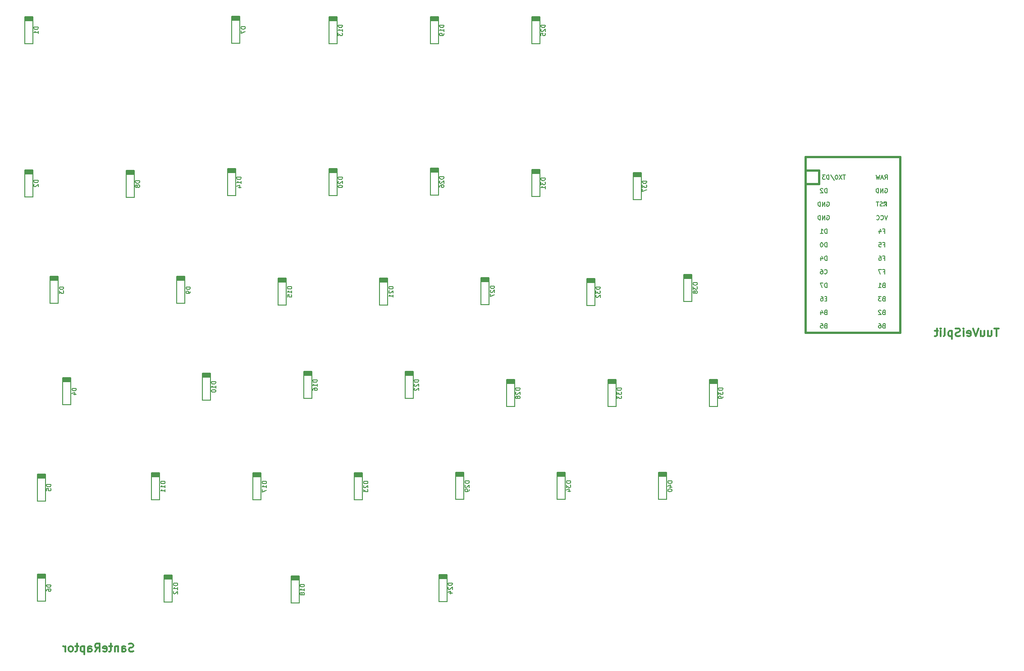
<source format=gbr>
%TF.GenerationSoftware,KiCad,Pcbnew,(5.1.4)-1*%
%TF.CreationDate,2021-04-07T12:38:03+03:00*%
%TF.ProjectId,SplitH,53706c69-7448-42e6-9b69-6361645f7063,rev?*%
%TF.SameCoordinates,Original*%
%TF.FileFunction,Legend,Bot*%
%TF.FilePolarity,Positive*%
%FSLAX46Y46*%
G04 Gerber Fmt 4.6, Leading zero omitted, Abs format (unit mm)*
G04 Created by KiCad (PCBNEW (5.1.4)-1) date 2021-04-07 12:38:03*
%MOMM*%
%LPD*%
G04 APERTURE LIST*
%ADD10C,0.300000*%
%ADD11C,0.381000*%
%ADD12C,0.150000*%
G04 APERTURE END LIST*
D10*
X38682724Y-144673372D02*
X38468438Y-144744801D01*
X38111295Y-144744801D01*
X37968438Y-144673372D01*
X37897010Y-144601944D01*
X37825581Y-144459087D01*
X37825581Y-144316230D01*
X37897010Y-144173372D01*
X37968438Y-144101944D01*
X38111295Y-144030515D01*
X38397010Y-143959087D01*
X38539867Y-143887658D01*
X38611295Y-143816230D01*
X38682724Y-143673372D01*
X38682724Y-143530515D01*
X38611295Y-143387658D01*
X38539867Y-143316230D01*
X38397010Y-143244801D01*
X38039867Y-143244801D01*
X37825581Y-143316230D01*
X36539867Y-144744801D02*
X36539867Y-143959087D01*
X36611295Y-143816230D01*
X36754152Y-143744801D01*
X37039867Y-143744801D01*
X37182724Y-143816230D01*
X36539867Y-144673372D02*
X36682724Y-144744801D01*
X37039867Y-144744801D01*
X37182724Y-144673372D01*
X37254152Y-144530515D01*
X37254152Y-144387658D01*
X37182724Y-144244801D01*
X37039867Y-144173372D01*
X36682724Y-144173372D01*
X36539867Y-144101944D01*
X35825581Y-143744801D02*
X35825581Y-144744801D01*
X35825581Y-143887658D02*
X35754152Y-143816230D01*
X35611295Y-143744801D01*
X35397010Y-143744801D01*
X35254152Y-143816230D01*
X35182724Y-143959087D01*
X35182724Y-144744801D01*
X34682724Y-143744801D02*
X34111295Y-143744801D01*
X34468438Y-143244801D02*
X34468438Y-144530515D01*
X34397010Y-144673372D01*
X34254152Y-144744801D01*
X34111295Y-144744801D01*
X33039867Y-144673372D02*
X33182724Y-144744801D01*
X33468438Y-144744801D01*
X33611295Y-144673372D01*
X33682724Y-144530515D01*
X33682724Y-143959087D01*
X33611295Y-143816230D01*
X33468438Y-143744801D01*
X33182724Y-143744801D01*
X33039867Y-143816230D01*
X32968438Y-143959087D01*
X32968438Y-144101944D01*
X33682724Y-144244801D01*
X31468438Y-144744801D02*
X31968438Y-144030515D01*
X32325581Y-144744801D02*
X32325581Y-143244801D01*
X31754152Y-143244801D01*
X31611295Y-143316230D01*
X31539867Y-143387658D01*
X31468438Y-143530515D01*
X31468438Y-143744801D01*
X31539867Y-143887658D01*
X31611295Y-143959087D01*
X31754152Y-144030515D01*
X32325581Y-144030515D01*
X30182724Y-144744801D02*
X30182724Y-143959087D01*
X30254152Y-143816230D01*
X30397010Y-143744801D01*
X30682724Y-143744801D01*
X30825581Y-143816230D01*
X30182724Y-144673372D02*
X30325581Y-144744801D01*
X30682724Y-144744801D01*
X30825581Y-144673372D01*
X30897010Y-144530515D01*
X30897010Y-144387658D01*
X30825581Y-144244801D01*
X30682724Y-144173372D01*
X30325581Y-144173372D01*
X30182724Y-144101944D01*
X29468438Y-143744801D02*
X29468438Y-145244801D01*
X29468438Y-143816230D02*
X29325581Y-143744801D01*
X29039867Y-143744801D01*
X28897010Y-143816230D01*
X28825581Y-143887658D01*
X28754152Y-144030515D01*
X28754152Y-144459087D01*
X28825581Y-144601944D01*
X28897010Y-144673372D01*
X29039867Y-144744801D01*
X29325581Y-144744801D01*
X29468438Y-144673372D01*
X28325581Y-143744801D02*
X27754152Y-143744801D01*
X28111295Y-143244801D02*
X28111295Y-144530515D01*
X28039867Y-144673372D01*
X27897010Y-144744801D01*
X27754152Y-144744801D01*
X27039867Y-144744801D02*
X27182724Y-144673372D01*
X27254152Y-144601944D01*
X27325581Y-144459087D01*
X27325581Y-144030515D01*
X27254152Y-143887658D01*
X27182724Y-143816230D01*
X27039867Y-143744801D01*
X26825581Y-143744801D01*
X26682724Y-143816230D01*
X26611295Y-143887658D01*
X26539867Y-144030515D01*
X26539867Y-144459087D01*
X26611295Y-144601944D01*
X26682724Y-144673372D01*
X26825581Y-144744801D01*
X27039867Y-144744801D01*
X25897010Y-144744801D02*
X25897010Y-143744801D01*
X25897010Y-144030515D02*
X25825581Y-143887658D01*
X25754152Y-143816230D01*
X25611295Y-143744801D01*
X25468438Y-143744801D01*
X201263320Y-84010951D02*
X200406177Y-84010951D01*
X200834748Y-85510951D02*
X200834748Y-84010951D01*
X199263320Y-84510951D02*
X199263320Y-85510951D01*
X199906177Y-84510951D02*
X199906177Y-85296665D01*
X199834748Y-85439522D01*
X199691891Y-85510951D01*
X199477605Y-85510951D01*
X199334748Y-85439522D01*
X199263320Y-85368094D01*
X197906177Y-84510951D02*
X197906177Y-85510951D01*
X198549034Y-84510951D02*
X198549034Y-85296665D01*
X198477605Y-85439522D01*
X198334748Y-85510951D01*
X198120462Y-85510951D01*
X197977605Y-85439522D01*
X197906177Y-85368094D01*
X197406177Y-84010951D02*
X196906177Y-85510951D01*
X196406177Y-84010951D01*
X195334748Y-85439522D02*
X195477605Y-85510951D01*
X195763320Y-85510951D01*
X195906177Y-85439522D01*
X195977605Y-85296665D01*
X195977605Y-84725237D01*
X195906177Y-84582380D01*
X195763320Y-84510951D01*
X195477605Y-84510951D01*
X195334748Y-84582380D01*
X195263320Y-84725237D01*
X195263320Y-84868094D01*
X195977605Y-85010951D01*
X194620462Y-85510951D02*
X194620462Y-84510951D01*
X194620462Y-84010951D02*
X194691891Y-84082380D01*
X194620462Y-84153808D01*
X194549034Y-84082380D01*
X194620462Y-84010951D01*
X194620462Y-84153808D01*
X193977605Y-85439522D02*
X193763320Y-85510951D01*
X193406177Y-85510951D01*
X193263320Y-85439522D01*
X193191891Y-85368094D01*
X193120462Y-85225237D01*
X193120462Y-85082380D01*
X193191891Y-84939522D01*
X193263320Y-84868094D01*
X193406177Y-84796665D01*
X193691891Y-84725237D01*
X193834748Y-84653808D01*
X193906177Y-84582380D01*
X193977605Y-84439522D01*
X193977605Y-84296665D01*
X193906177Y-84153808D01*
X193834748Y-84082380D01*
X193691891Y-84010951D01*
X193334748Y-84010951D01*
X193120462Y-84082380D01*
X192477605Y-84510951D02*
X192477605Y-86010951D01*
X192477605Y-84582380D02*
X192334748Y-84510951D01*
X192049034Y-84510951D01*
X191906177Y-84582380D01*
X191834748Y-84653808D01*
X191763320Y-84796665D01*
X191763320Y-85225237D01*
X191834748Y-85368094D01*
X191906177Y-85439522D01*
X192049034Y-85510951D01*
X192334748Y-85510951D01*
X192477605Y-85439522D01*
X190906177Y-85510951D02*
X191049034Y-85439522D01*
X191120462Y-85296665D01*
X191120462Y-84010951D01*
X190334748Y-85510951D02*
X190334748Y-84510951D01*
X190334748Y-84010951D02*
X190406177Y-84082380D01*
X190334748Y-84153808D01*
X190263320Y-84082380D01*
X190334748Y-84010951D01*
X190334748Y-84153808D01*
X189834748Y-84510951D02*
X189263320Y-84510951D01*
X189620462Y-84010951D02*
X189620462Y-85296665D01*
X189549034Y-85439522D01*
X189406177Y-85510951D01*
X189263320Y-85510951D01*
D11*
%TO.C,J1*%
X167481980Y-54356000D02*
X164941980Y-54356000D01*
X182721980Y-51816000D02*
X164941980Y-51816000D01*
X164941980Y-51816000D02*
X164941980Y-84836000D01*
X164941980Y-84836000D02*
X182721980Y-84836000D01*
X182721980Y-84836000D02*
X182721980Y-51816000D01*
D12*
G36*
X179676615Y-60245030D02*
G01*
X179676615Y-60345030D01*
X180176615Y-60345030D01*
X180176615Y-60245030D01*
X179676615Y-60245030D01*
G37*
X179676615Y-60245030D02*
X179676615Y-60345030D01*
X180176615Y-60345030D01*
X180176615Y-60245030D01*
X179676615Y-60245030D01*
G36*
X179676615Y-60245030D02*
G01*
X179676615Y-60545030D01*
X179776615Y-60545030D01*
X179776615Y-60245030D01*
X179676615Y-60245030D01*
G37*
X179676615Y-60245030D02*
X179676615Y-60545030D01*
X179776615Y-60545030D01*
X179776615Y-60245030D01*
X179676615Y-60245030D01*
G36*
X179676615Y-60845030D02*
G01*
X179676615Y-61045030D01*
X179776615Y-61045030D01*
X179776615Y-60845030D01*
X179676615Y-60845030D01*
G37*
X179676615Y-60845030D02*
X179676615Y-61045030D01*
X179776615Y-61045030D01*
X179776615Y-60845030D01*
X179676615Y-60845030D01*
G36*
X180076615Y-60245030D02*
G01*
X180076615Y-61045030D01*
X180176615Y-61045030D01*
X180176615Y-60245030D01*
X180076615Y-60245030D01*
G37*
X180076615Y-60245030D02*
X180076615Y-61045030D01*
X180176615Y-61045030D01*
X180176615Y-60245030D01*
X180076615Y-60245030D01*
G36*
X179876615Y-60645030D02*
G01*
X179876615Y-60745030D01*
X179976615Y-60745030D01*
X179976615Y-60645030D01*
X179876615Y-60645030D01*
G37*
X179876615Y-60645030D02*
X179876615Y-60745030D01*
X179976615Y-60745030D01*
X179976615Y-60645030D01*
X179876615Y-60645030D01*
D11*
X167481980Y-54356000D02*
X167481980Y-56896000D01*
X167481980Y-56896000D02*
X164941980Y-56896000D01*
D12*
%TO.C,D32*%
X125380750Y-79732200D02*
X125380750Y-74652200D01*
X125380750Y-74652200D02*
X123856750Y-74652200D01*
X123856750Y-74652200D02*
X123856750Y-79732200D01*
X123856750Y-79732200D02*
X125380750Y-79732200D01*
X125380750Y-75033200D02*
X123856750Y-75033200D01*
X123856750Y-74906200D02*
X125380750Y-74906200D01*
X125380750Y-74779200D02*
X123856750Y-74779200D01*
X123856750Y-75160200D02*
X125380750Y-75160200D01*
X125380750Y-75287200D02*
X123856750Y-75287200D01*
X125380750Y-75414200D02*
X123856750Y-75414200D01*
%TO.C,D24*%
X97599500Y-135363450D02*
X97599500Y-130283450D01*
X97599500Y-130283450D02*
X96075500Y-130283450D01*
X96075500Y-130283450D02*
X96075500Y-135363450D01*
X96075500Y-135363450D02*
X97599500Y-135363450D01*
X97599500Y-130664450D02*
X96075500Y-130664450D01*
X96075500Y-130537450D02*
X97599500Y-130537450D01*
X97599500Y-130410450D02*
X96075500Y-130410450D01*
X96075500Y-130791450D02*
X97599500Y-130791450D01*
X97599500Y-130918450D02*
X96075500Y-130918450D01*
X97599500Y-131045450D02*
X96075500Y-131045450D01*
%TO.C,D31*%
X115062000Y-59282200D02*
X115062000Y-54202200D01*
X115062000Y-54202200D02*
X113538000Y-54202200D01*
X113538000Y-54202200D02*
X113538000Y-59282200D01*
X113538000Y-59282200D02*
X115062000Y-59282200D01*
X115062000Y-54583200D02*
X113538000Y-54583200D01*
X113538000Y-54456200D02*
X115062000Y-54456200D01*
X115062000Y-54329200D02*
X113538000Y-54329200D01*
X113538000Y-54710200D02*
X115062000Y-54710200D01*
X115062000Y-54837200D02*
X113538000Y-54837200D01*
X115062000Y-54964200D02*
X113538000Y-54964200D01*
%TO.C,D37*%
X134112000Y-59819700D02*
X134112000Y-54739700D01*
X134112000Y-54739700D02*
X132588000Y-54739700D01*
X132588000Y-54739700D02*
X132588000Y-59819700D01*
X132588000Y-59819700D02*
X134112000Y-59819700D01*
X134112000Y-55120700D02*
X132588000Y-55120700D01*
X132588000Y-54993700D02*
X134112000Y-54993700D01*
X134112000Y-54866700D02*
X132588000Y-54866700D01*
X132588000Y-55247700D02*
X134112000Y-55247700D01*
X134112000Y-55374700D02*
X132588000Y-55374700D01*
X134112000Y-55501700D02*
X132588000Y-55501700D01*
%TO.C,D7*%
X58705750Y-30450950D02*
X58705750Y-25370950D01*
X58705750Y-25370950D02*
X57181750Y-25370950D01*
X57181750Y-25370950D02*
X57181750Y-30450950D01*
X57181750Y-30450950D02*
X58705750Y-30450950D01*
X58705750Y-25751950D02*
X57181750Y-25751950D01*
X57181750Y-25624950D02*
X58705750Y-25624950D01*
X58705750Y-25497950D02*
X57181750Y-25497950D01*
X57181750Y-25878950D02*
X58705750Y-25878950D01*
X58705750Y-26005950D02*
X57181750Y-26005950D01*
X58705750Y-26132950D02*
X57181750Y-26132950D01*
%TO.C,D40*%
X138874500Y-111857950D02*
X137350500Y-111857950D01*
X138874500Y-111730950D02*
X137350500Y-111730950D01*
X137350500Y-111603950D02*
X138874500Y-111603950D01*
X138874500Y-111222950D02*
X137350500Y-111222950D01*
X137350500Y-111349950D02*
X138874500Y-111349950D01*
X138874500Y-111476950D02*
X137350500Y-111476950D01*
X137350500Y-116175950D02*
X138874500Y-116175950D01*
X137350500Y-111095950D02*
X137350500Y-116175950D01*
X138874500Y-111095950D02*
X137350500Y-111095950D01*
X138874500Y-116175950D02*
X138874500Y-111095950D01*
%TO.C,D39*%
X148399500Y-98713450D02*
X148399500Y-93633450D01*
X148399500Y-93633450D02*
X146875500Y-93633450D01*
X146875500Y-93633450D02*
X146875500Y-98713450D01*
X146875500Y-98713450D02*
X148399500Y-98713450D01*
X148399500Y-94014450D02*
X146875500Y-94014450D01*
X146875500Y-93887450D02*
X148399500Y-93887450D01*
X148399500Y-93760450D02*
X146875500Y-93760450D01*
X146875500Y-94141450D02*
X148399500Y-94141450D01*
X148399500Y-94268450D02*
X146875500Y-94268450D01*
X148399500Y-94395450D02*
X146875500Y-94395450D01*
%TO.C,D38*%
X143637000Y-74620450D02*
X142113000Y-74620450D01*
X143637000Y-74493450D02*
X142113000Y-74493450D01*
X142113000Y-74366450D02*
X143637000Y-74366450D01*
X143637000Y-73985450D02*
X142113000Y-73985450D01*
X142113000Y-74112450D02*
X143637000Y-74112450D01*
X143637000Y-74239450D02*
X142113000Y-74239450D01*
X142113000Y-78938450D02*
X143637000Y-78938450D01*
X142113000Y-73858450D02*
X142113000Y-78938450D01*
X143637000Y-73858450D02*
X142113000Y-73858450D01*
X143637000Y-78938450D02*
X143637000Y-73858450D01*
%TO.C,D34*%
X119824500Y-111857950D02*
X118300500Y-111857950D01*
X119824500Y-111730950D02*
X118300500Y-111730950D01*
X118300500Y-111603950D02*
X119824500Y-111603950D01*
X119824500Y-111222950D02*
X118300500Y-111222950D01*
X118300500Y-111349950D02*
X119824500Y-111349950D01*
X119824500Y-111476950D02*
X118300500Y-111476950D01*
X118300500Y-116175950D02*
X119824500Y-116175950D01*
X118300500Y-111095950D02*
X118300500Y-116175950D01*
X119824500Y-111095950D02*
X118300500Y-111095950D01*
X119824500Y-116175950D02*
X119824500Y-111095950D01*
%TO.C,D33*%
X129349500Y-94395450D02*
X127825500Y-94395450D01*
X129349500Y-94268450D02*
X127825500Y-94268450D01*
X127825500Y-94141450D02*
X129349500Y-94141450D01*
X129349500Y-93760450D02*
X127825500Y-93760450D01*
X127825500Y-93887450D02*
X129349500Y-93887450D01*
X129349500Y-94014450D02*
X127825500Y-94014450D01*
X127825500Y-98713450D02*
X129349500Y-98713450D01*
X127825500Y-93633450D02*
X127825500Y-98713450D01*
X129349500Y-93633450D02*
X127825500Y-93633450D01*
X129349500Y-98713450D02*
X129349500Y-93633450D01*
%TO.C,D29*%
X100774500Y-111857950D02*
X99250500Y-111857950D01*
X100774500Y-111730950D02*
X99250500Y-111730950D01*
X99250500Y-111603950D02*
X100774500Y-111603950D01*
X100774500Y-111222950D02*
X99250500Y-111222950D01*
X99250500Y-111349950D02*
X100774500Y-111349950D01*
X100774500Y-111476950D02*
X99250500Y-111476950D01*
X99250500Y-116175950D02*
X100774500Y-116175950D01*
X99250500Y-111095950D02*
X99250500Y-116175950D01*
X100774500Y-111095950D02*
X99250500Y-111095950D01*
X100774500Y-116175950D02*
X100774500Y-111095950D01*
%TO.C,D28*%
X110299500Y-94395450D02*
X108775500Y-94395450D01*
X110299500Y-94268450D02*
X108775500Y-94268450D01*
X108775500Y-94141450D02*
X110299500Y-94141450D01*
X110299500Y-93760450D02*
X108775500Y-93760450D01*
X108775500Y-93887450D02*
X110299500Y-93887450D01*
X110299500Y-94014450D02*
X108775500Y-94014450D01*
X108775500Y-98713450D02*
X110299500Y-98713450D01*
X108775500Y-93633450D02*
X108775500Y-98713450D01*
X110299500Y-93633450D02*
X108775500Y-93633450D01*
X110299500Y-98713450D02*
X110299500Y-93633450D01*
%TO.C,D27*%
X105537000Y-75226700D02*
X104013000Y-75226700D01*
X105537000Y-75099700D02*
X104013000Y-75099700D01*
X104013000Y-74972700D02*
X105537000Y-74972700D01*
X105537000Y-74591700D02*
X104013000Y-74591700D01*
X104013000Y-74718700D02*
X105537000Y-74718700D01*
X105537000Y-74845700D02*
X104013000Y-74845700D01*
X104013000Y-79544700D02*
X105537000Y-79544700D01*
X104013000Y-74464700D02*
X104013000Y-79544700D01*
X105537000Y-74464700D02*
X104013000Y-74464700D01*
X105537000Y-79544700D02*
X105537000Y-74464700D01*
%TO.C,D26*%
X96012000Y-54707950D02*
X94488000Y-54707950D01*
X96012000Y-54580950D02*
X94488000Y-54580950D01*
X94488000Y-54453950D02*
X96012000Y-54453950D01*
X96012000Y-54072950D02*
X94488000Y-54072950D01*
X94488000Y-54199950D02*
X96012000Y-54199950D01*
X96012000Y-54326950D02*
X94488000Y-54326950D01*
X94488000Y-59025950D02*
X96012000Y-59025950D01*
X94488000Y-53945950D02*
X94488000Y-59025950D01*
X96012000Y-53945950D02*
X94488000Y-53945950D01*
X96012000Y-59025950D02*
X96012000Y-53945950D01*
%TO.C,D25*%
X115062000Y-26201700D02*
X113538000Y-26201700D01*
X115062000Y-26074700D02*
X113538000Y-26074700D01*
X113538000Y-25947700D02*
X115062000Y-25947700D01*
X115062000Y-25566700D02*
X113538000Y-25566700D01*
X113538000Y-25693700D02*
X115062000Y-25693700D01*
X115062000Y-25820700D02*
X113538000Y-25820700D01*
X113538000Y-30519700D02*
X115062000Y-30519700D01*
X113538000Y-25439700D02*
X113538000Y-30519700D01*
X115062000Y-25439700D02*
X113538000Y-25439700D01*
X115062000Y-30519700D02*
X115062000Y-25439700D01*
%TO.C,D23*%
X81724840Y-111927180D02*
X80200840Y-111927180D01*
X81724840Y-111800180D02*
X80200840Y-111800180D01*
X80200840Y-111673180D02*
X81724840Y-111673180D01*
X81724840Y-111292180D02*
X80200840Y-111292180D01*
X80200840Y-111419180D02*
X81724840Y-111419180D01*
X81724840Y-111546180D02*
X80200840Y-111546180D01*
X80200840Y-116245180D02*
X81724840Y-116245180D01*
X80200840Y-111165180D02*
X80200840Y-116245180D01*
X81724840Y-111165180D02*
X80200840Y-111165180D01*
X81724840Y-116245180D02*
X81724840Y-111165180D01*
%TO.C,D22*%
X91249880Y-92877100D02*
X89725880Y-92877100D01*
X91249880Y-92750100D02*
X89725880Y-92750100D01*
X89725880Y-92623100D02*
X91249880Y-92623100D01*
X91249880Y-92242100D02*
X89725880Y-92242100D01*
X89725880Y-92369100D02*
X91249880Y-92369100D01*
X91249880Y-92496100D02*
X89725880Y-92496100D01*
X89725880Y-97195100D02*
X91249880Y-97195100D01*
X89725880Y-92115100D02*
X89725880Y-97195100D01*
X91249880Y-92115100D02*
X89725880Y-92115100D01*
X91249880Y-97195100D02*
X91249880Y-92115100D01*
%TO.C,D21*%
X86487360Y-75345760D02*
X84963360Y-75345760D01*
X86487360Y-75218760D02*
X84963360Y-75218760D01*
X84963360Y-75091760D02*
X86487360Y-75091760D01*
X86487360Y-74710760D02*
X84963360Y-74710760D01*
X84963360Y-74837760D02*
X86487360Y-74837760D01*
X86487360Y-74964760D02*
X84963360Y-74964760D01*
X84963360Y-79663760D02*
X86487360Y-79663760D01*
X84963360Y-74583760D02*
X84963360Y-79663760D01*
X86487360Y-74583760D02*
X84963360Y-74583760D01*
X86487360Y-79663760D02*
X86487360Y-74583760D01*
%TO.C,D20*%
X76962320Y-54776940D02*
X75438320Y-54776940D01*
X76962320Y-54649940D02*
X75438320Y-54649940D01*
X75438320Y-54522940D02*
X76962320Y-54522940D01*
X76962320Y-54141940D02*
X75438320Y-54141940D01*
X75438320Y-54268940D02*
X76962320Y-54268940D01*
X76962320Y-54395940D02*
X75438320Y-54395940D01*
X75438320Y-59094940D02*
X76962320Y-59094940D01*
X75438320Y-54014940D02*
X75438320Y-59094940D01*
X76962320Y-54014940D02*
X75438320Y-54014940D01*
X76962320Y-59094940D02*
X76962320Y-54014940D01*
%TO.C,D19*%
X96012000Y-26201820D02*
X94488000Y-26201820D01*
X96012000Y-26074820D02*
X94488000Y-26074820D01*
X94488000Y-25947820D02*
X96012000Y-25947820D01*
X96012000Y-25566820D02*
X94488000Y-25566820D01*
X94488000Y-25693820D02*
X96012000Y-25693820D01*
X96012000Y-25820820D02*
X94488000Y-25820820D01*
X94488000Y-30519820D02*
X96012000Y-30519820D01*
X94488000Y-25439820D02*
X94488000Y-30519820D01*
X96012000Y-25439820D02*
X94488000Y-25439820D01*
X96012000Y-30519820D02*
X96012000Y-25439820D01*
%TO.C,D18*%
X69818540Y-131305370D02*
X68294540Y-131305370D01*
X69818540Y-131178370D02*
X68294540Y-131178370D01*
X68294540Y-131051370D02*
X69818540Y-131051370D01*
X69818540Y-130670370D02*
X68294540Y-130670370D01*
X68294540Y-130797370D02*
X69818540Y-130797370D01*
X69818540Y-130924370D02*
X68294540Y-130924370D01*
X68294540Y-135623370D02*
X69818540Y-135623370D01*
X68294540Y-130543370D02*
X68294540Y-135623370D01*
X69818540Y-130543370D02*
X68294540Y-130543370D01*
X69818540Y-135623370D02*
X69818540Y-130543370D01*
%TO.C,D17*%
X62674760Y-111927180D02*
X61150760Y-111927180D01*
X62674760Y-111800180D02*
X61150760Y-111800180D01*
X61150760Y-111673180D02*
X62674760Y-111673180D01*
X62674760Y-111292180D02*
X61150760Y-111292180D01*
X61150760Y-111419180D02*
X62674760Y-111419180D01*
X62674760Y-111546180D02*
X61150760Y-111546180D01*
X61150760Y-116245180D02*
X62674760Y-116245180D01*
X61150760Y-111165180D02*
X61150760Y-116245180D01*
X62674760Y-111165180D02*
X61150760Y-111165180D01*
X62674760Y-116245180D02*
X62674760Y-111165180D01*
%TO.C,D16*%
X72199800Y-92877100D02*
X70675800Y-92877100D01*
X72199800Y-92750100D02*
X70675800Y-92750100D01*
X70675800Y-92623100D02*
X72199800Y-92623100D01*
X72199800Y-92242100D02*
X70675800Y-92242100D01*
X70675800Y-92369100D02*
X72199800Y-92369100D01*
X72199800Y-92496100D02*
X70675800Y-92496100D01*
X70675800Y-97195100D02*
X72199800Y-97195100D01*
X70675800Y-92115100D02*
X70675800Y-97195100D01*
X72199800Y-92115100D02*
X70675800Y-92115100D01*
X72199800Y-97195100D02*
X72199800Y-92115100D01*
%TO.C,D15*%
X67437280Y-75345760D02*
X65913280Y-75345760D01*
X67437280Y-75218760D02*
X65913280Y-75218760D01*
X65913280Y-75091760D02*
X67437280Y-75091760D01*
X67437280Y-74710760D02*
X65913280Y-74710760D01*
X65913280Y-74837760D02*
X67437280Y-74837760D01*
X67437280Y-74964760D02*
X65913280Y-74964760D01*
X65913280Y-79663760D02*
X67437280Y-79663760D01*
X65913280Y-74583760D02*
X65913280Y-79663760D01*
X67437280Y-74583760D02*
X65913280Y-74583760D01*
X67437280Y-79663760D02*
X67437280Y-74583760D01*
%TO.C,D14*%
X57912240Y-54776940D02*
X56388240Y-54776940D01*
X57912240Y-54649940D02*
X56388240Y-54649940D01*
X56388240Y-54522940D02*
X57912240Y-54522940D01*
X57912240Y-54141940D02*
X56388240Y-54141940D01*
X56388240Y-54268940D02*
X57912240Y-54268940D01*
X57912240Y-54395940D02*
X56388240Y-54395940D01*
X56388240Y-59094940D02*
X57912240Y-59094940D01*
X56388240Y-54014940D02*
X56388240Y-59094940D01*
X57912240Y-54014940D02*
X56388240Y-54014940D01*
X57912240Y-59094940D02*
X57912240Y-54014940D01*
%TO.C,D13*%
X76962000Y-26201820D02*
X75438000Y-26201820D01*
X76962000Y-26074820D02*
X75438000Y-26074820D01*
X75438000Y-25947820D02*
X76962000Y-25947820D01*
X76962000Y-25566820D02*
X75438000Y-25566820D01*
X75438000Y-25693820D02*
X76962000Y-25693820D01*
X76962000Y-25820820D02*
X75438000Y-25820820D01*
X75438000Y-30519820D02*
X76962000Y-30519820D01*
X75438000Y-25439820D02*
X75438000Y-30519820D01*
X76962000Y-25439820D02*
X75438000Y-25439820D01*
X76962000Y-30519820D02*
X76962000Y-25439820D01*
%TO.C,D12*%
X46005940Y-131096000D02*
X44481940Y-131096000D01*
X46005940Y-130969000D02*
X44481940Y-130969000D01*
X44481940Y-130842000D02*
X46005940Y-130842000D01*
X46005940Y-130461000D02*
X44481940Y-130461000D01*
X44481940Y-130588000D02*
X46005940Y-130588000D01*
X46005940Y-130715000D02*
X44481940Y-130715000D01*
X44481940Y-135414000D02*
X46005940Y-135414000D01*
X44481940Y-130334000D02*
X44481940Y-135414000D01*
X46005940Y-130334000D02*
X44481940Y-130334000D01*
X46005940Y-135414000D02*
X46005940Y-130334000D01*
%TO.C,D11*%
X43624680Y-111927180D02*
X42100680Y-111927180D01*
X43624680Y-111800180D02*
X42100680Y-111800180D01*
X42100680Y-111673180D02*
X43624680Y-111673180D01*
X43624680Y-111292180D02*
X42100680Y-111292180D01*
X42100680Y-111419180D02*
X43624680Y-111419180D01*
X43624680Y-111546180D02*
X42100680Y-111546180D01*
X42100680Y-116245180D02*
X43624680Y-116245180D01*
X42100680Y-111165180D02*
X42100680Y-116245180D01*
X43624680Y-111165180D02*
X42100680Y-111165180D01*
X43624680Y-116245180D02*
X43624680Y-111165180D01*
%TO.C,D10*%
X53149720Y-93205210D02*
X51625720Y-93205210D01*
X53149720Y-93078210D02*
X51625720Y-93078210D01*
X51625720Y-92951210D02*
X53149720Y-92951210D01*
X53149720Y-92570210D02*
X51625720Y-92570210D01*
X51625720Y-92697210D02*
X53149720Y-92697210D01*
X53149720Y-92824210D02*
X51625720Y-92824210D01*
X51625720Y-97523210D02*
X53149720Y-97523210D01*
X51625720Y-92443210D02*
X51625720Y-97523210D01*
X53149720Y-92443210D02*
X51625720Y-92443210D01*
X53149720Y-97523210D02*
X53149720Y-92443210D01*
%TO.C,D9*%
X48387200Y-75017650D02*
X46863200Y-75017650D01*
X48387200Y-74890650D02*
X46863200Y-74890650D01*
X46863200Y-74763650D02*
X48387200Y-74763650D01*
X48387200Y-74382650D02*
X46863200Y-74382650D01*
X46863200Y-74509650D02*
X48387200Y-74509650D01*
X48387200Y-74636650D02*
X46863200Y-74636650D01*
X46863200Y-79335650D02*
X48387200Y-79335650D01*
X46863200Y-74255650D02*
X46863200Y-79335650D01*
X48387200Y-74255650D02*
X46863200Y-74255650D01*
X48387200Y-79335650D02*
X48387200Y-74255650D01*
%TO.C,D8*%
X38862160Y-55105050D02*
X37338160Y-55105050D01*
X38862160Y-54978050D02*
X37338160Y-54978050D01*
X37338160Y-54851050D02*
X38862160Y-54851050D01*
X38862160Y-54470050D02*
X37338160Y-54470050D01*
X37338160Y-54597050D02*
X38862160Y-54597050D01*
X38862160Y-54724050D02*
X37338160Y-54724050D01*
X37338160Y-59423050D02*
X38862160Y-59423050D01*
X37338160Y-54343050D02*
X37338160Y-59423050D01*
X38862160Y-54343050D02*
X37338160Y-54343050D01*
X38862160Y-59423050D02*
X38862160Y-54343050D01*
%TO.C,D6*%
X22193340Y-130977260D02*
X20669340Y-130977260D01*
X22193340Y-130850260D02*
X20669340Y-130850260D01*
X20669340Y-130723260D02*
X22193340Y-130723260D01*
X22193340Y-130342260D02*
X20669340Y-130342260D01*
X20669340Y-130469260D02*
X22193340Y-130469260D01*
X22193340Y-130596260D02*
X20669340Y-130596260D01*
X20669340Y-135295260D02*
X22193340Y-135295260D01*
X20669340Y-130215260D02*
X20669340Y-135295260D01*
X22193340Y-130215260D02*
X20669340Y-130215260D01*
X22193340Y-135295260D02*
X22193340Y-130215260D01*
%TO.C,D5*%
X22193340Y-112136550D02*
X20669340Y-112136550D01*
X22193340Y-112009550D02*
X20669340Y-112009550D01*
X20669340Y-111882550D02*
X22193340Y-111882550D01*
X22193340Y-111501550D02*
X20669340Y-111501550D01*
X20669340Y-111628550D02*
X22193340Y-111628550D01*
X22193340Y-111755550D02*
X20669340Y-111755550D01*
X20669340Y-116454550D02*
X22193340Y-116454550D01*
X20669340Y-111374550D02*
X20669340Y-116454550D01*
X22193340Y-111374550D02*
X20669340Y-111374550D01*
X22193340Y-116454550D02*
X22193340Y-111374550D01*
%TO.C,D4*%
X26955860Y-94067730D02*
X25431860Y-94067730D01*
X26955860Y-93940730D02*
X25431860Y-93940730D01*
X25431860Y-93813730D02*
X26955860Y-93813730D01*
X26955860Y-93432730D02*
X25431860Y-93432730D01*
X25431860Y-93559730D02*
X26955860Y-93559730D01*
X26955860Y-93686730D02*
X25431860Y-93686730D01*
X25431860Y-98385730D02*
X26955860Y-98385730D01*
X25431860Y-93305730D02*
X25431860Y-98385730D01*
X26955860Y-93305730D02*
X25431860Y-93305730D01*
X26955860Y-98385730D02*
X26955860Y-93305730D01*
%TO.C,D3*%
X24574600Y-75017650D02*
X23050600Y-75017650D01*
X24574600Y-74890650D02*
X23050600Y-74890650D01*
X23050600Y-74763650D02*
X24574600Y-74763650D01*
X24574600Y-74382650D02*
X23050600Y-74382650D01*
X23050600Y-74509650D02*
X24574600Y-74509650D01*
X24574600Y-74636650D02*
X23050600Y-74636650D01*
X23050600Y-79335650D02*
X24574600Y-79335650D01*
X23050600Y-74255650D02*
X23050600Y-79335650D01*
X24574600Y-74255650D02*
X23050600Y-74255650D01*
X24574600Y-79335650D02*
X24574600Y-74255650D01*
%TO.C,D2*%
X19812080Y-54986310D02*
X18288080Y-54986310D01*
X19812080Y-54859310D02*
X18288080Y-54859310D01*
X18288080Y-54732310D02*
X19812080Y-54732310D01*
X19812080Y-54351310D02*
X18288080Y-54351310D01*
X18288080Y-54478310D02*
X19812080Y-54478310D01*
X19812080Y-54605310D02*
X18288080Y-54605310D01*
X18288080Y-59304310D02*
X19812080Y-59304310D01*
X18288080Y-54224310D02*
X18288080Y-59304310D01*
X19812080Y-54224310D02*
X18288080Y-54224310D01*
X19812080Y-59304310D02*
X19812080Y-54224310D01*
%TO.C,D1*%
X19812080Y-26201820D02*
X18288080Y-26201820D01*
X19812080Y-26074820D02*
X18288080Y-26074820D01*
X18288080Y-25947820D02*
X19812080Y-25947820D01*
X19812080Y-25566820D02*
X18288080Y-25566820D01*
X18288080Y-25693820D02*
X19812080Y-25693820D01*
X19812080Y-25820820D02*
X18288080Y-25820820D01*
X18288080Y-30519820D02*
X19812080Y-30519820D01*
X18288080Y-25439820D02*
X18288080Y-30519820D01*
X19812080Y-25439820D02*
X18288080Y-25439820D01*
X19812080Y-30519820D02*
X19812080Y-25439820D01*
%TO.C,J1*%
X179405313Y-61009809D02*
X179291027Y-61047904D01*
X179100551Y-61047904D01*
X179024360Y-61009809D01*
X178986265Y-60971714D01*
X178948170Y-60895523D01*
X178948170Y-60819333D01*
X178986265Y-60743142D01*
X179024360Y-60705047D01*
X179100551Y-60666952D01*
X179252932Y-60628857D01*
X179329122Y-60590761D01*
X179367218Y-60552666D01*
X179405313Y-60476476D01*
X179405313Y-60400285D01*
X179367218Y-60324095D01*
X179329122Y-60286000D01*
X179252932Y-60247904D01*
X179062456Y-60247904D01*
X178948170Y-60286000D01*
X178719599Y-60247904D02*
X178262456Y-60247904D01*
X178491027Y-61047904D02*
X178491027Y-60247904D01*
X172450584Y-55187904D02*
X171993441Y-55187904D01*
X172222012Y-55987904D02*
X172222012Y-55187904D01*
X171802965Y-55187904D02*
X171269631Y-55987904D01*
X171269631Y-55187904D02*
X171802965Y-55987904D01*
X170812488Y-55187904D02*
X170736298Y-55187904D01*
X170660108Y-55226000D01*
X170622012Y-55264095D01*
X170583917Y-55340285D01*
X170545822Y-55492666D01*
X170545822Y-55683142D01*
X170583917Y-55835523D01*
X170622012Y-55911714D01*
X170660108Y-55949809D01*
X170736298Y-55987904D01*
X170812488Y-55987904D01*
X170888679Y-55949809D01*
X170926774Y-55911714D01*
X170964869Y-55835523D01*
X171002965Y-55683142D01*
X171002965Y-55492666D01*
X170964869Y-55340285D01*
X170926774Y-55264095D01*
X170888679Y-55226000D01*
X170812488Y-55187904D01*
X169631536Y-55149809D02*
X170317250Y-56178380D01*
X169364869Y-55987904D02*
X169364869Y-55187904D01*
X169174393Y-55187904D01*
X169060108Y-55226000D01*
X168983917Y-55302190D01*
X168945822Y-55378380D01*
X168907727Y-55530761D01*
X168907727Y-55645047D01*
X168945822Y-55797428D01*
X168983917Y-55873619D01*
X169060108Y-55949809D01*
X169174393Y-55987904D01*
X169364869Y-55987904D01*
X168641060Y-55187904D02*
X168145822Y-55187904D01*
X168412488Y-55492666D01*
X168298203Y-55492666D01*
X168222012Y-55530761D01*
X168183917Y-55568857D01*
X168145822Y-55645047D01*
X168145822Y-55835523D01*
X168183917Y-55911714D01*
X168222012Y-55949809D01*
X168298203Y-55987904D01*
X168526774Y-55987904D01*
X168602965Y-55949809D01*
X168641060Y-55911714D01*
X179616789Y-80968857D02*
X179502503Y-81006952D01*
X179464408Y-81045047D01*
X179426313Y-81121238D01*
X179426313Y-81235523D01*
X179464408Y-81311714D01*
X179502503Y-81349809D01*
X179578694Y-81387904D01*
X179883456Y-81387904D01*
X179883456Y-80587904D01*
X179616789Y-80587904D01*
X179540599Y-80626000D01*
X179502503Y-80664095D01*
X179464408Y-80740285D01*
X179464408Y-80816476D01*
X179502503Y-80892666D01*
X179540599Y-80930761D01*
X179616789Y-80968857D01*
X179883456Y-80968857D01*
X179121551Y-80664095D02*
X179083456Y-80626000D01*
X179007265Y-80587904D01*
X178816789Y-80587904D01*
X178740599Y-80626000D01*
X178702503Y-80664095D01*
X178664408Y-80740285D01*
X178664408Y-80816476D01*
X178702503Y-80930761D01*
X179159646Y-81387904D01*
X178664408Y-81387904D01*
X179559646Y-73348857D02*
X179826313Y-73348857D01*
X179826313Y-73767904D02*
X179826313Y-72967904D01*
X179445360Y-72967904D01*
X179216789Y-72967904D02*
X178683456Y-72967904D01*
X179026313Y-73767904D01*
X179559646Y-70808857D02*
X179826313Y-70808857D01*
X179826313Y-71227904D02*
X179826313Y-70427904D01*
X179445360Y-70427904D01*
X178797741Y-70427904D02*
X178950122Y-70427904D01*
X179026313Y-70466000D01*
X179064408Y-70504095D01*
X179140599Y-70618380D01*
X179178694Y-70770761D01*
X179178694Y-71075523D01*
X179140599Y-71151714D01*
X179102503Y-71189809D01*
X179026313Y-71227904D01*
X178873932Y-71227904D01*
X178797741Y-71189809D01*
X178759646Y-71151714D01*
X178721551Y-71075523D01*
X178721551Y-70885047D01*
X178759646Y-70808857D01*
X178797741Y-70770761D01*
X178873932Y-70732666D01*
X179026313Y-70732666D01*
X179102503Y-70770761D01*
X179140599Y-70808857D01*
X179178694Y-70885047D01*
X179559646Y-68268857D02*
X179826313Y-68268857D01*
X179826313Y-68687904D02*
X179826313Y-67887904D01*
X179445360Y-67887904D01*
X178759646Y-67887904D02*
X179140599Y-67887904D01*
X179178694Y-68268857D01*
X179140599Y-68230761D01*
X179064408Y-68192666D01*
X178873932Y-68192666D01*
X178797741Y-68230761D01*
X178759646Y-68268857D01*
X178721551Y-68345047D01*
X178721551Y-68535523D01*
X178759646Y-68611714D01*
X178797741Y-68649809D01*
X178873932Y-68687904D01*
X179064408Y-68687904D01*
X179140599Y-68649809D01*
X179178694Y-68611714D01*
X179845360Y-55987904D02*
X180112027Y-55606952D01*
X180302503Y-55987904D02*
X180302503Y-55187904D01*
X179997741Y-55187904D01*
X179921551Y-55226000D01*
X179883456Y-55264095D01*
X179845360Y-55340285D01*
X179845360Y-55454571D01*
X179883456Y-55530761D01*
X179921551Y-55568857D01*
X179997741Y-55606952D01*
X180302503Y-55606952D01*
X179540599Y-55759333D02*
X179159646Y-55759333D01*
X179616789Y-55987904D02*
X179350122Y-55187904D01*
X179083456Y-55987904D01*
X178892980Y-55187904D02*
X178702503Y-55987904D01*
X178550122Y-55416476D01*
X178397741Y-55987904D01*
X178207265Y-55187904D01*
X179902503Y-57766000D02*
X179978694Y-57727904D01*
X180092980Y-57727904D01*
X180207265Y-57766000D01*
X180283456Y-57842190D01*
X180321551Y-57918380D01*
X180359646Y-58070761D01*
X180359646Y-58185047D01*
X180321551Y-58337428D01*
X180283456Y-58413619D01*
X180207265Y-58489809D01*
X180092980Y-58527904D01*
X180016789Y-58527904D01*
X179902503Y-58489809D01*
X179864408Y-58451714D01*
X179864408Y-58185047D01*
X180016789Y-58185047D01*
X179521551Y-58527904D02*
X179521551Y-57727904D01*
X179064408Y-58527904D01*
X179064408Y-57727904D01*
X178683456Y-58527904D02*
X178683456Y-57727904D01*
X178492980Y-57727904D01*
X178378694Y-57766000D01*
X178302503Y-57842190D01*
X178264408Y-57918380D01*
X178226313Y-58070761D01*
X178226313Y-58185047D01*
X178264408Y-58337428D01*
X178302503Y-58413619D01*
X178378694Y-58489809D01*
X178492980Y-58527904D01*
X178683456Y-58527904D01*
X180359646Y-62807904D02*
X180092980Y-63607904D01*
X179826313Y-62807904D01*
X179102503Y-63531714D02*
X179140599Y-63569809D01*
X179254884Y-63607904D01*
X179331075Y-63607904D01*
X179445360Y-63569809D01*
X179521551Y-63493619D01*
X179559646Y-63417428D01*
X179597741Y-63265047D01*
X179597741Y-63150761D01*
X179559646Y-62998380D01*
X179521551Y-62922190D01*
X179445360Y-62846000D01*
X179331075Y-62807904D01*
X179254884Y-62807904D01*
X179140599Y-62846000D01*
X179102503Y-62884095D01*
X178302503Y-63531714D02*
X178340599Y-63569809D01*
X178454884Y-63607904D01*
X178531075Y-63607904D01*
X178645360Y-63569809D01*
X178721551Y-63493619D01*
X178759646Y-63417428D01*
X178797741Y-63265047D01*
X178797741Y-63150761D01*
X178759646Y-62998380D01*
X178721551Y-62922190D01*
X178645360Y-62846000D01*
X178531075Y-62807904D01*
X178454884Y-62807904D01*
X178340599Y-62846000D01*
X178302503Y-62884095D01*
X179559646Y-65728857D02*
X179826313Y-65728857D01*
X179826313Y-66147904D02*
X179826313Y-65347904D01*
X179445360Y-65347904D01*
X178797741Y-65614571D02*
X178797741Y-66147904D01*
X178988218Y-65309809D02*
X179178694Y-65881238D01*
X178683456Y-65881238D01*
X179616789Y-75888857D02*
X179502503Y-75926952D01*
X179464408Y-75965047D01*
X179426313Y-76041238D01*
X179426313Y-76155523D01*
X179464408Y-76231714D01*
X179502503Y-76269809D01*
X179578694Y-76307904D01*
X179883456Y-76307904D01*
X179883456Y-75507904D01*
X179616789Y-75507904D01*
X179540599Y-75546000D01*
X179502503Y-75584095D01*
X179464408Y-75660285D01*
X179464408Y-75736476D01*
X179502503Y-75812666D01*
X179540599Y-75850761D01*
X179616789Y-75888857D01*
X179883456Y-75888857D01*
X178664408Y-76307904D02*
X179121551Y-76307904D01*
X178892980Y-76307904D02*
X178892980Y-75507904D01*
X178969170Y-75622190D01*
X179045360Y-75698380D01*
X179121551Y-75736476D01*
X179616789Y-78428857D02*
X179502503Y-78466952D01*
X179464408Y-78505047D01*
X179426313Y-78581238D01*
X179426313Y-78695523D01*
X179464408Y-78771714D01*
X179502503Y-78809809D01*
X179578694Y-78847904D01*
X179883456Y-78847904D01*
X179883456Y-78047904D01*
X179616789Y-78047904D01*
X179540599Y-78086000D01*
X179502503Y-78124095D01*
X179464408Y-78200285D01*
X179464408Y-78276476D01*
X179502503Y-78352666D01*
X179540599Y-78390761D01*
X179616789Y-78428857D01*
X179883456Y-78428857D01*
X179159646Y-78047904D02*
X178664408Y-78047904D01*
X178931075Y-78352666D01*
X178816789Y-78352666D01*
X178740599Y-78390761D01*
X178702503Y-78428857D01*
X178664408Y-78505047D01*
X178664408Y-78695523D01*
X178702503Y-78771714D01*
X178740599Y-78809809D01*
X178816789Y-78847904D01*
X179045360Y-78847904D01*
X179121551Y-78809809D01*
X179159646Y-78771714D01*
X179616789Y-83508857D02*
X179502503Y-83546952D01*
X179464408Y-83585047D01*
X179426313Y-83661238D01*
X179426313Y-83775523D01*
X179464408Y-83851714D01*
X179502503Y-83889809D01*
X179578694Y-83927904D01*
X179883456Y-83927904D01*
X179883456Y-83127904D01*
X179616789Y-83127904D01*
X179540599Y-83166000D01*
X179502503Y-83204095D01*
X179464408Y-83280285D01*
X179464408Y-83356476D01*
X179502503Y-83432666D01*
X179540599Y-83470761D01*
X179616789Y-83508857D01*
X179883456Y-83508857D01*
X178740599Y-83127904D02*
X178892980Y-83127904D01*
X178969170Y-83166000D01*
X179007265Y-83204095D01*
X179083456Y-83318380D01*
X179121551Y-83470761D01*
X179121551Y-83775523D01*
X179083456Y-83851714D01*
X179045360Y-83889809D01*
X178969170Y-83927904D01*
X178816789Y-83927904D01*
X178740599Y-83889809D01*
X178702503Y-83851714D01*
X178664408Y-83775523D01*
X178664408Y-83585047D01*
X178702503Y-83508857D01*
X178740599Y-83470761D01*
X178816789Y-83432666D01*
X178969170Y-83432666D01*
X179045360Y-83470761D01*
X179083456Y-83508857D01*
X179121551Y-83585047D01*
X168694789Y-83508857D02*
X168580503Y-83546952D01*
X168542408Y-83585047D01*
X168504313Y-83661238D01*
X168504313Y-83775523D01*
X168542408Y-83851714D01*
X168580503Y-83889809D01*
X168656694Y-83927904D01*
X168961456Y-83927904D01*
X168961456Y-83127904D01*
X168694789Y-83127904D01*
X168618599Y-83166000D01*
X168580503Y-83204095D01*
X168542408Y-83280285D01*
X168542408Y-83356476D01*
X168580503Y-83432666D01*
X168618599Y-83470761D01*
X168694789Y-83508857D01*
X168961456Y-83508857D01*
X167780503Y-83127904D02*
X168161456Y-83127904D01*
X168199551Y-83508857D01*
X168161456Y-83470761D01*
X168085265Y-83432666D01*
X167894789Y-83432666D01*
X167818599Y-83470761D01*
X167780503Y-83508857D01*
X167742408Y-83585047D01*
X167742408Y-83775523D01*
X167780503Y-83851714D01*
X167818599Y-83889809D01*
X167894789Y-83927904D01*
X168085265Y-83927904D01*
X168161456Y-83889809D01*
X168199551Y-83851714D01*
X168694789Y-80968857D02*
X168580503Y-81006952D01*
X168542408Y-81045047D01*
X168504313Y-81121238D01*
X168504313Y-81235523D01*
X168542408Y-81311714D01*
X168580503Y-81349809D01*
X168656694Y-81387904D01*
X168961456Y-81387904D01*
X168961456Y-80587904D01*
X168694789Y-80587904D01*
X168618599Y-80626000D01*
X168580503Y-80664095D01*
X168542408Y-80740285D01*
X168542408Y-80816476D01*
X168580503Y-80892666D01*
X168618599Y-80930761D01*
X168694789Y-80968857D01*
X168961456Y-80968857D01*
X167818599Y-80854571D02*
X167818599Y-81387904D01*
X168009075Y-80549809D02*
X168199551Y-81121238D01*
X167704313Y-81121238D01*
X168923360Y-78428857D02*
X168656694Y-78428857D01*
X168542408Y-78847904D02*
X168923360Y-78847904D01*
X168923360Y-78047904D01*
X168542408Y-78047904D01*
X167856694Y-78047904D02*
X168009075Y-78047904D01*
X168085265Y-78086000D01*
X168123360Y-78124095D01*
X168199551Y-78238380D01*
X168237646Y-78390761D01*
X168237646Y-78695523D01*
X168199551Y-78771714D01*
X168161456Y-78809809D01*
X168085265Y-78847904D01*
X167932884Y-78847904D01*
X167856694Y-78809809D01*
X167818599Y-78771714D01*
X167780503Y-78695523D01*
X167780503Y-78505047D01*
X167818599Y-78428857D01*
X167856694Y-78390761D01*
X167932884Y-78352666D01*
X168085265Y-78352666D01*
X168161456Y-78390761D01*
X168199551Y-78428857D01*
X168237646Y-78505047D01*
X168961456Y-76307904D02*
X168961456Y-75507904D01*
X168770980Y-75507904D01*
X168656694Y-75546000D01*
X168580503Y-75622190D01*
X168542408Y-75698380D01*
X168504313Y-75850761D01*
X168504313Y-75965047D01*
X168542408Y-76117428D01*
X168580503Y-76193619D01*
X168656694Y-76269809D01*
X168770980Y-76307904D01*
X168961456Y-76307904D01*
X168237646Y-75507904D02*
X167704313Y-75507904D01*
X168047170Y-76307904D01*
X168504313Y-73691714D02*
X168542408Y-73729809D01*
X168656694Y-73767904D01*
X168732884Y-73767904D01*
X168847170Y-73729809D01*
X168923360Y-73653619D01*
X168961456Y-73577428D01*
X168999551Y-73425047D01*
X168999551Y-73310761D01*
X168961456Y-73158380D01*
X168923360Y-73082190D01*
X168847170Y-73006000D01*
X168732884Y-72967904D01*
X168656694Y-72967904D01*
X168542408Y-73006000D01*
X168504313Y-73044095D01*
X167818599Y-72967904D02*
X167970980Y-72967904D01*
X168047170Y-73006000D01*
X168085265Y-73044095D01*
X168161456Y-73158380D01*
X168199551Y-73310761D01*
X168199551Y-73615523D01*
X168161456Y-73691714D01*
X168123360Y-73729809D01*
X168047170Y-73767904D01*
X167894789Y-73767904D01*
X167818599Y-73729809D01*
X167780503Y-73691714D01*
X167742408Y-73615523D01*
X167742408Y-73425047D01*
X167780503Y-73348857D01*
X167818599Y-73310761D01*
X167894789Y-73272666D01*
X168047170Y-73272666D01*
X168123360Y-73310761D01*
X168161456Y-73348857D01*
X168199551Y-73425047D01*
X168961456Y-71227904D02*
X168961456Y-70427904D01*
X168770980Y-70427904D01*
X168656694Y-70466000D01*
X168580503Y-70542190D01*
X168542408Y-70618380D01*
X168504313Y-70770761D01*
X168504313Y-70885047D01*
X168542408Y-71037428D01*
X168580503Y-71113619D01*
X168656694Y-71189809D01*
X168770980Y-71227904D01*
X168961456Y-71227904D01*
X167818599Y-70694571D02*
X167818599Y-71227904D01*
X168009075Y-70389809D02*
X168199551Y-70961238D01*
X167704313Y-70961238D01*
X168980503Y-60306000D02*
X169056694Y-60267904D01*
X169170980Y-60267904D01*
X169285265Y-60306000D01*
X169361456Y-60382190D01*
X169399551Y-60458380D01*
X169437646Y-60610761D01*
X169437646Y-60725047D01*
X169399551Y-60877428D01*
X169361456Y-60953619D01*
X169285265Y-61029809D01*
X169170980Y-61067904D01*
X169094789Y-61067904D01*
X168980503Y-61029809D01*
X168942408Y-60991714D01*
X168942408Y-60725047D01*
X169094789Y-60725047D01*
X168599551Y-61067904D02*
X168599551Y-60267904D01*
X168142408Y-61067904D01*
X168142408Y-60267904D01*
X167761456Y-61067904D02*
X167761456Y-60267904D01*
X167570980Y-60267904D01*
X167456694Y-60306000D01*
X167380503Y-60382190D01*
X167342408Y-60458380D01*
X167304313Y-60610761D01*
X167304313Y-60725047D01*
X167342408Y-60877428D01*
X167380503Y-60953619D01*
X167456694Y-61029809D01*
X167570980Y-61067904D01*
X167761456Y-61067904D01*
X168980503Y-62846000D02*
X169056694Y-62807904D01*
X169170980Y-62807904D01*
X169285265Y-62846000D01*
X169361456Y-62922190D01*
X169399551Y-62998380D01*
X169437646Y-63150761D01*
X169437646Y-63265047D01*
X169399551Y-63417428D01*
X169361456Y-63493619D01*
X169285265Y-63569809D01*
X169170980Y-63607904D01*
X169094789Y-63607904D01*
X168980503Y-63569809D01*
X168942408Y-63531714D01*
X168942408Y-63265047D01*
X169094789Y-63265047D01*
X168599551Y-63607904D02*
X168599551Y-62807904D01*
X168142408Y-63607904D01*
X168142408Y-62807904D01*
X167761456Y-63607904D02*
X167761456Y-62807904D01*
X167570980Y-62807904D01*
X167456694Y-62846000D01*
X167380503Y-62922190D01*
X167342408Y-62998380D01*
X167304313Y-63150761D01*
X167304313Y-63265047D01*
X167342408Y-63417428D01*
X167380503Y-63493619D01*
X167456694Y-63569809D01*
X167570980Y-63607904D01*
X167761456Y-63607904D01*
X168961456Y-66147904D02*
X168961456Y-65347904D01*
X168770980Y-65347904D01*
X168656694Y-65386000D01*
X168580503Y-65462190D01*
X168542408Y-65538380D01*
X168504313Y-65690761D01*
X168504313Y-65805047D01*
X168542408Y-65957428D01*
X168580503Y-66033619D01*
X168656694Y-66109809D01*
X168770980Y-66147904D01*
X168961456Y-66147904D01*
X167742408Y-66147904D02*
X168199551Y-66147904D01*
X167970980Y-66147904D02*
X167970980Y-65347904D01*
X168047170Y-65462190D01*
X168123360Y-65538380D01*
X168199551Y-65576476D01*
X168961456Y-68687904D02*
X168961456Y-67887904D01*
X168770980Y-67887904D01*
X168656694Y-67926000D01*
X168580503Y-68002190D01*
X168542408Y-68078380D01*
X168504313Y-68230761D01*
X168504313Y-68345047D01*
X168542408Y-68497428D01*
X168580503Y-68573619D01*
X168656694Y-68649809D01*
X168770980Y-68687904D01*
X168961456Y-68687904D01*
X168009075Y-67887904D02*
X167932884Y-67887904D01*
X167856694Y-67926000D01*
X167818599Y-67964095D01*
X167780503Y-68040285D01*
X167742408Y-68192666D01*
X167742408Y-68383142D01*
X167780503Y-68535523D01*
X167818599Y-68611714D01*
X167856694Y-68649809D01*
X167932884Y-68687904D01*
X168009075Y-68687904D01*
X168085265Y-68649809D01*
X168123360Y-68611714D01*
X168161456Y-68535523D01*
X168199551Y-68383142D01*
X168199551Y-68192666D01*
X168161456Y-68040285D01*
X168123360Y-67964095D01*
X168085265Y-67926000D01*
X168009075Y-67887904D01*
X168961456Y-58527904D02*
X168961456Y-57727904D01*
X168770980Y-57727904D01*
X168656694Y-57766000D01*
X168580503Y-57842190D01*
X168542408Y-57918380D01*
X168504313Y-58070761D01*
X168504313Y-58185047D01*
X168542408Y-58337428D01*
X168580503Y-58413619D01*
X168656694Y-58489809D01*
X168770980Y-58527904D01*
X168961456Y-58527904D01*
X168199551Y-57804095D02*
X168161456Y-57766000D01*
X168085265Y-57727904D01*
X167894789Y-57727904D01*
X167818599Y-57766000D01*
X167780503Y-57804095D01*
X167742408Y-57880285D01*
X167742408Y-57956476D01*
X167780503Y-58070761D01*
X168237646Y-58527904D01*
X167742408Y-58527904D01*
%TO.C,D32*%
X126380654Y-76246171D02*
X125580654Y-76246171D01*
X125580654Y-76436647D01*
X125618750Y-76550933D01*
X125694940Y-76627123D01*
X125771130Y-76665219D01*
X125923511Y-76703314D01*
X126037797Y-76703314D01*
X126190178Y-76665219D01*
X126266369Y-76627123D01*
X126342559Y-76550933D01*
X126380654Y-76436647D01*
X126380654Y-76246171D01*
X125580654Y-76969980D02*
X125580654Y-77465219D01*
X125885416Y-77198552D01*
X125885416Y-77312838D01*
X125923511Y-77389028D01*
X125961607Y-77427123D01*
X126037797Y-77465219D01*
X126228273Y-77465219D01*
X126304464Y-77427123D01*
X126342559Y-77389028D01*
X126380654Y-77312838D01*
X126380654Y-77084266D01*
X126342559Y-77008076D01*
X126304464Y-76969980D01*
X125656845Y-77769980D02*
X125618750Y-77808076D01*
X125580654Y-77884266D01*
X125580654Y-78074742D01*
X125618750Y-78150933D01*
X125656845Y-78189028D01*
X125733035Y-78227123D01*
X125809226Y-78227123D01*
X125923511Y-78189028D01*
X126380654Y-77731885D01*
X126380654Y-78227123D01*
%TO.C,D24*%
X98599404Y-131877421D02*
X97799404Y-131877421D01*
X97799404Y-132067897D01*
X97837500Y-132182183D01*
X97913690Y-132258373D01*
X97989880Y-132296469D01*
X98142261Y-132334564D01*
X98256547Y-132334564D01*
X98408928Y-132296469D01*
X98485119Y-132258373D01*
X98561309Y-132182183D01*
X98599404Y-132067897D01*
X98599404Y-131877421D01*
X97875595Y-132639326D02*
X97837500Y-132677421D01*
X97799404Y-132753611D01*
X97799404Y-132944088D01*
X97837500Y-133020278D01*
X97875595Y-133058373D01*
X97951785Y-133096469D01*
X98027976Y-133096469D01*
X98142261Y-133058373D01*
X98599404Y-132601230D01*
X98599404Y-133096469D01*
X98066071Y-133782183D02*
X98599404Y-133782183D01*
X97761309Y-133591707D02*
X98332738Y-133401230D01*
X98332738Y-133896469D01*
%TO.C,D31*%
X116061904Y-55796171D02*
X115261904Y-55796171D01*
X115261904Y-55986647D01*
X115300000Y-56100933D01*
X115376190Y-56177123D01*
X115452380Y-56215219D01*
X115604761Y-56253314D01*
X115719047Y-56253314D01*
X115871428Y-56215219D01*
X115947619Y-56177123D01*
X116023809Y-56100933D01*
X116061904Y-55986647D01*
X116061904Y-55796171D01*
X115261904Y-56519980D02*
X115261904Y-57015219D01*
X115566666Y-56748552D01*
X115566666Y-56862838D01*
X115604761Y-56939028D01*
X115642857Y-56977123D01*
X115719047Y-57015219D01*
X115909523Y-57015219D01*
X115985714Y-56977123D01*
X116023809Y-56939028D01*
X116061904Y-56862838D01*
X116061904Y-56634266D01*
X116023809Y-56558076D01*
X115985714Y-56519980D01*
X116061904Y-57777123D02*
X116061904Y-57319980D01*
X116061904Y-57548552D02*
X115261904Y-57548552D01*
X115376190Y-57472361D01*
X115452380Y-57396171D01*
X115490476Y-57319980D01*
%TO.C,D37*%
X135111904Y-56333671D02*
X134311904Y-56333671D01*
X134311904Y-56524147D01*
X134350000Y-56638433D01*
X134426190Y-56714623D01*
X134502380Y-56752719D01*
X134654761Y-56790814D01*
X134769047Y-56790814D01*
X134921428Y-56752719D01*
X134997619Y-56714623D01*
X135073809Y-56638433D01*
X135111904Y-56524147D01*
X135111904Y-56333671D01*
X134311904Y-57057480D02*
X134311904Y-57552719D01*
X134616666Y-57286052D01*
X134616666Y-57400338D01*
X134654761Y-57476528D01*
X134692857Y-57514623D01*
X134769047Y-57552719D01*
X134959523Y-57552719D01*
X135035714Y-57514623D01*
X135073809Y-57476528D01*
X135111904Y-57400338D01*
X135111904Y-57171766D01*
X135073809Y-57095576D01*
X135035714Y-57057480D01*
X134311904Y-57819385D02*
X134311904Y-58352719D01*
X135111904Y-58009861D01*
%TO.C,D7*%
X59705654Y-27345873D02*
X58905654Y-27345873D01*
X58905654Y-27536350D01*
X58943750Y-27650635D01*
X59019940Y-27726826D01*
X59096130Y-27764921D01*
X59248511Y-27803016D01*
X59362797Y-27803016D01*
X59515178Y-27764921D01*
X59591369Y-27726826D01*
X59667559Y-27650635D01*
X59705654Y-27536350D01*
X59705654Y-27345873D01*
X58905654Y-28069683D02*
X58905654Y-28603016D01*
X59705654Y-28260159D01*
%TO.C,D40*%
X139874404Y-112689921D02*
X139074404Y-112689921D01*
X139074404Y-112880397D01*
X139112500Y-112994683D01*
X139188690Y-113070873D01*
X139264880Y-113108969D01*
X139417261Y-113147064D01*
X139531547Y-113147064D01*
X139683928Y-113108969D01*
X139760119Y-113070873D01*
X139836309Y-112994683D01*
X139874404Y-112880397D01*
X139874404Y-112689921D01*
X139341071Y-113832778D02*
X139874404Y-113832778D01*
X139036309Y-113642302D02*
X139607738Y-113451826D01*
X139607738Y-113947064D01*
X139074404Y-114404207D02*
X139074404Y-114480397D01*
X139112500Y-114556588D01*
X139150595Y-114594683D01*
X139226785Y-114632778D01*
X139379166Y-114670873D01*
X139569642Y-114670873D01*
X139722023Y-114632778D01*
X139798214Y-114594683D01*
X139836309Y-114556588D01*
X139874404Y-114480397D01*
X139874404Y-114404207D01*
X139836309Y-114328016D01*
X139798214Y-114289921D01*
X139722023Y-114251826D01*
X139569642Y-114213730D01*
X139379166Y-114213730D01*
X139226785Y-114251826D01*
X139150595Y-114289921D01*
X139112500Y-114328016D01*
X139074404Y-114404207D01*
%TO.C,D39*%
X149399404Y-95227421D02*
X148599404Y-95227421D01*
X148599404Y-95417897D01*
X148637500Y-95532183D01*
X148713690Y-95608373D01*
X148789880Y-95646469D01*
X148942261Y-95684564D01*
X149056547Y-95684564D01*
X149208928Y-95646469D01*
X149285119Y-95608373D01*
X149361309Y-95532183D01*
X149399404Y-95417897D01*
X149399404Y-95227421D01*
X148599404Y-95951230D02*
X148599404Y-96446469D01*
X148904166Y-96179802D01*
X148904166Y-96294088D01*
X148942261Y-96370278D01*
X148980357Y-96408373D01*
X149056547Y-96446469D01*
X149247023Y-96446469D01*
X149323214Y-96408373D01*
X149361309Y-96370278D01*
X149399404Y-96294088D01*
X149399404Y-96065516D01*
X149361309Y-95989326D01*
X149323214Y-95951230D01*
X149399404Y-96827421D02*
X149399404Y-96979802D01*
X149361309Y-97055992D01*
X149323214Y-97094088D01*
X149208928Y-97170278D01*
X149056547Y-97208373D01*
X148751785Y-97208373D01*
X148675595Y-97170278D01*
X148637500Y-97132183D01*
X148599404Y-97055992D01*
X148599404Y-96903611D01*
X148637500Y-96827421D01*
X148675595Y-96789326D01*
X148751785Y-96751230D01*
X148942261Y-96751230D01*
X149018452Y-96789326D01*
X149056547Y-96827421D01*
X149094642Y-96903611D01*
X149094642Y-97055992D01*
X149056547Y-97132183D01*
X149018452Y-97170278D01*
X148942261Y-97208373D01*
%TO.C,D38*%
X144636904Y-75452421D02*
X143836904Y-75452421D01*
X143836904Y-75642897D01*
X143875000Y-75757183D01*
X143951190Y-75833373D01*
X144027380Y-75871469D01*
X144179761Y-75909564D01*
X144294047Y-75909564D01*
X144446428Y-75871469D01*
X144522619Y-75833373D01*
X144598809Y-75757183D01*
X144636904Y-75642897D01*
X144636904Y-75452421D01*
X143836904Y-76176230D02*
X143836904Y-76671469D01*
X144141666Y-76404802D01*
X144141666Y-76519088D01*
X144179761Y-76595278D01*
X144217857Y-76633373D01*
X144294047Y-76671469D01*
X144484523Y-76671469D01*
X144560714Y-76633373D01*
X144598809Y-76595278D01*
X144636904Y-76519088D01*
X144636904Y-76290516D01*
X144598809Y-76214326D01*
X144560714Y-76176230D01*
X144179761Y-77128611D02*
X144141666Y-77052421D01*
X144103571Y-77014326D01*
X144027380Y-76976230D01*
X143989285Y-76976230D01*
X143913095Y-77014326D01*
X143875000Y-77052421D01*
X143836904Y-77128611D01*
X143836904Y-77280992D01*
X143875000Y-77357183D01*
X143913095Y-77395278D01*
X143989285Y-77433373D01*
X144027380Y-77433373D01*
X144103571Y-77395278D01*
X144141666Y-77357183D01*
X144179761Y-77280992D01*
X144179761Y-77128611D01*
X144217857Y-77052421D01*
X144255952Y-77014326D01*
X144332142Y-76976230D01*
X144484523Y-76976230D01*
X144560714Y-77014326D01*
X144598809Y-77052421D01*
X144636904Y-77128611D01*
X144636904Y-77280992D01*
X144598809Y-77357183D01*
X144560714Y-77395278D01*
X144484523Y-77433373D01*
X144332142Y-77433373D01*
X144255952Y-77395278D01*
X144217857Y-77357183D01*
X144179761Y-77280992D01*
%TO.C,D34*%
X120824404Y-112689921D02*
X120024404Y-112689921D01*
X120024404Y-112880397D01*
X120062500Y-112994683D01*
X120138690Y-113070873D01*
X120214880Y-113108969D01*
X120367261Y-113147064D01*
X120481547Y-113147064D01*
X120633928Y-113108969D01*
X120710119Y-113070873D01*
X120786309Y-112994683D01*
X120824404Y-112880397D01*
X120824404Y-112689921D01*
X120024404Y-113413730D02*
X120024404Y-113908969D01*
X120329166Y-113642302D01*
X120329166Y-113756588D01*
X120367261Y-113832778D01*
X120405357Y-113870873D01*
X120481547Y-113908969D01*
X120672023Y-113908969D01*
X120748214Y-113870873D01*
X120786309Y-113832778D01*
X120824404Y-113756588D01*
X120824404Y-113528016D01*
X120786309Y-113451826D01*
X120748214Y-113413730D01*
X120291071Y-114594683D02*
X120824404Y-114594683D01*
X119986309Y-114404207D02*
X120557738Y-114213730D01*
X120557738Y-114708969D01*
%TO.C,D33*%
X130349404Y-95227421D02*
X129549404Y-95227421D01*
X129549404Y-95417897D01*
X129587500Y-95532183D01*
X129663690Y-95608373D01*
X129739880Y-95646469D01*
X129892261Y-95684564D01*
X130006547Y-95684564D01*
X130158928Y-95646469D01*
X130235119Y-95608373D01*
X130311309Y-95532183D01*
X130349404Y-95417897D01*
X130349404Y-95227421D01*
X129549404Y-95951230D02*
X129549404Y-96446469D01*
X129854166Y-96179802D01*
X129854166Y-96294088D01*
X129892261Y-96370278D01*
X129930357Y-96408373D01*
X130006547Y-96446469D01*
X130197023Y-96446469D01*
X130273214Y-96408373D01*
X130311309Y-96370278D01*
X130349404Y-96294088D01*
X130349404Y-96065516D01*
X130311309Y-95989326D01*
X130273214Y-95951230D01*
X129549404Y-96713135D02*
X129549404Y-97208373D01*
X129854166Y-96941707D01*
X129854166Y-97055992D01*
X129892261Y-97132183D01*
X129930357Y-97170278D01*
X130006547Y-97208373D01*
X130197023Y-97208373D01*
X130273214Y-97170278D01*
X130311309Y-97132183D01*
X130349404Y-97055992D01*
X130349404Y-96827421D01*
X130311309Y-96751230D01*
X130273214Y-96713135D01*
%TO.C,D29*%
X101774404Y-112689921D02*
X100974404Y-112689921D01*
X100974404Y-112880397D01*
X101012500Y-112994683D01*
X101088690Y-113070873D01*
X101164880Y-113108969D01*
X101317261Y-113147064D01*
X101431547Y-113147064D01*
X101583928Y-113108969D01*
X101660119Y-113070873D01*
X101736309Y-112994683D01*
X101774404Y-112880397D01*
X101774404Y-112689921D01*
X101050595Y-113451826D02*
X101012500Y-113489921D01*
X100974404Y-113566111D01*
X100974404Y-113756588D01*
X101012500Y-113832778D01*
X101050595Y-113870873D01*
X101126785Y-113908969D01*
X101202976Y-113908969D01*
X101317261Y-113870873D01*
X101774404Y-113413730D01*
X101774404Y-113908969D01*
X101774404Y-114289921D02*
X101774404Y-114442302D01*
X101736309Y-114518492D01*
X101698214Y-114556588D01*
X101583928Y-114632778D01*
X101431547Y-114670873D01*
X101126785Y-114670873D01*
X101050595Y-114632778D01*
X101012500Y-114594683D01*
X100974404Y-114518492D01*
X100974404Y-114366111D01*
X101012500Y-114289921D01*
X101050595Y-114251826D01*
X101126785Y-114213730D01*
X101317261Y-114213730D01*
X101393452Y-114251826D01*
X101431547Y-114289921D01*
X101469642Y-114366111D01*
X101469642Y-114518492D01*
X101431547Y-114594683D01*
X101393452Y-114632778D01*
X101317261Y-114670873D01*
%TO.C,D28*%
X111299404Y-95227421D02*
X110499404Y-95227421D01*
X110499404Y-95417897D01*
X110537500Y-95532183D01*
X110613690Y-95608373D01*
X110689880Y-95646469D01*
X110842261Y-95684564D01*
X110956547Y-95684564D01*
X111108928Y-95646469D01*
X111185119Y-95608373D01*
X111261309Y-95532183D01*
X111299404Y-95417897D01*
X111299404Y-95227421D01*
X110575595Y-95989326D02*
X110537500Y-96027421D01*
X110499404Y-96103611D01*
X110499404Y-96294088D01*
X110537500Y-96370278D01*
X110575595Y-96408373D01*
X110651785Y-96446469D01*
X110727976Y-96446469D01*
X110842261Y-96408373D01*
X111299404Y-95951230D01*
X111299404Y-96446469D01*
X110842261Y-96903611D02*
X110804166Y-96827421D01*
X110766071Y-96789326D01*
X110689880Y-96751230D01*
X110651785Y-96751230D01*
X110575595Y-96789326D01*
X110537500Y-96827421D01*
X110499404Y-96903611D01*
X110499404Y-97055992D01*
X110537500Y-97132183D01*
X110575595Y-97170278D01*
X110651785Y-97208373D01*
X110689880Y-97208373D01*
X110766071Y-97170278D01*
X110804166Y-97132183D01*
X110842261Y-97055992D01*
X110842261Y-96903611D01*
X110880357Y-96827421D01*
X110918452Y-96789326D01*
X110994642Y-96751230D01*
X111147023Y-96751230D01*
X111223214Y-96789326D01*
X111261309Y-96827421D01*
X111299404Y-96903611D01*
X111299404Y-97055992D01*
X111261309Y-97132183D01*
X111223214Y-97170278D01*
X111147023Y-97208373D01*
X110994642Y-97208373D01*
X110918452Y-97170278D01*
X110880357Y-97132183D01*
X110842261Y-97055992D01*
%TO.C,D27*%
X106536904Y-76058671D02*
X105736904Y-76058671D01*
X105736904Y-76249147D01*
X105775000Y-76363433D01*
X105851190Y-76439623D01*
X105927380Y-76477719D01*
X106079761Y-76515814D01*
X106194047Y-76515814D01*
X106346428Y-76477719D01*
X106422619Y-76439623D01*
X106498809Y-76363433D01*
X106536904Y-76249147D01*
X106536904Y-76058671D01*
X105813095Y-76820576D02*
X105775000Y-76858671D01*
X105736904Y-76934861D01*
X105736904Y-77125338D01*
X105775000Y-77201528D01*
X105813095Y-77239623D01*
X105889285Y-77277719D01*
X105965476Y-77277719D01*
X106079761Y-77239623D01*
X106536904Y-76782480D01*
X106536904Y-77277719D01*
X105736904Y-77544385D02*
X105736904Y-78077719D01*
X106536904Y-77734861D01*
%TO.C,D26*%
X97011904Y-55539921D02*
X96211904Y-55539921D01*
X96211904Y-55730397D01*
X96250000Y-55844683D01*
X96326190Y-55920873D01*
X96402380Y-55958969D01*
X96554761Y-55997064D01*
X96669047Y-55997064D01*
X96821428Y-55958969D01*
X96897619Y-55920873D01*
X96973809Y-55844683D01*
X97011904Y-55730397D01*
X97011904Y-55539921D01*
X96288095Y-56301826D02*
X96250000Y-56339921D01*
X96211904Y-56416111D01*
X96211904Y-56606588D01*
X96250000Y-56682778D01*
X96288095Y-56720873D01*
X96364285Y-56758969D01*
X96440476Y-56758969D01*
X96554761Y-56720873D01*
X97011904Y-56263730D01*
X97011904Y-56758969D01*
X96211904Y-57444683D02*
X96211904Y-57292302D01*
X96250000Y-57216111D01*
X96288095Y-57178016D01*
X96402380Y-57101826D01*
X96554761Y-57063730D01*
X96859523Y-57063730D01*
X96935714Y-57101826D01*
X96973809Y-57139921D01*
X97011904Y-57216111D01*
X97011904Y-57368492D01*
X96973809Y-57444683D01*
X96935714Y-57482778D01*
X96859523Y-57520873D01*
X96669047Y-57520873D01*
X96592857Y-57482778D01*
X96554761Y-57444683D01*
X96516666Y-57368492D01*
X96516666Y-57216111D01*
X96554761Y-57139921D01*
X96592857Y-57101826D01*
X96669047Y-57063730D01*
%TO.C,D25*%
X116061904Y-27033671D02*
X115261904Y-27033671D01*
X115261904Y-27224147D01*
X115300000Y-27338433D01*
X115376190Y-27414623D01*
X115452380Y-27452719D01*
X115604761Y-27490814D01*
X115719047Y-27490814D01*
X115871428Y-27452719D01*
X115947619Y-27414623D01*
X116023809Y-27338433D01*
X116061904Y-27224147D01*
X116061904Y-27033671D01*
X115338095Y-27795576D02*
X115300000Y-27833671D01*
X115261904Y-27909861D01*
X115261904Y-28100338D01*
X115300000Y-28176528D01*
X115338095Y-28214623D01*
X115414285Y-28252719D01*
X115490476Y-28252719D01*
X115604761Y-28214623D01*
X116061904Y-27757480D01*
X116061904Y-28252719D01*
X115261904Y-28976528D02*
X115261904Y-28595576D01*
X115642857Y-28557480D01*
X115604761Y-28595576D01*
X115566666Y-28671766D01*
X115566666Y-28862242D01*
X115604761Y-28938433D01*
X115642857Y-28976528D01*
X115719047Y-29014623D01*
X115909523Y-29014623D01*
X115985714Y-28976528D01*
X116023809Y-28938433D01*
X116061904Y-28862242D01*
X116061904Y-28671766D01*
X116023809Y-28595576D01*
X115985714Y-28557480D01*
%TO.C,D23*%
X82724744Y-112759151D02*
X81924744Y-112759151D01*
X81924744Y-112949627D01*
X81962840Y-113063913D01*
X82039030Y-113140103D01*
X82115220Y-113178199D01*
X82267601Y-113216294D01*
X82381887Y-113216294D01*
X82534268Y-113178199D01*
X82610459Y-113140103D01*
X82686649Y-113063913D01*
X82724744Y-112949627D01*
X82724744Y-112759151D01*
X82000935Y-113521056D02*
X81962840Y-113559151D01*
X81924744Y-113635341D01*
X81924744Y-113825818D01*
X81962840Y-113902008D01*
X82000935Y-113940103D01*
X82077125Y-113978199D01*
X82153316Y-113978199D01*
X82267601Y-113940103D01*
X82724744Y-113482960D01*
X82724744Y-113978199D01*
X81924744Y-114244865D02*
X81924744Y-114740103D01*
X82229506Y-114473437D01*
X82229506Y-114587722D01*
X82267601Y-114663913D01*
X82305697Y-114702008D01*
X82381887Y-114740103D01*
X82572363Y-114740103D01*
X82648554Y-114702008D01*
X82686649Y-114663913D01*
X82724744Y-114587722D01*
X82724744Y-114359151D01*
X82686649Y-114282960D01*
X82648554Y-114244865D01*
%TO.C,D22*%
X92249784Y-93709071D02*
X91449784Y-93709071D01*
X91449784Y-93899547D01*
X91487880Y-94013833D01*
X91564070Y-94090023D01*
X91640260Y-94128119D01*
X91792641Y-94166214D01*
X91906927Y-94166214D01*
X92059308Y-94128119D01*
X92135499Y-94090023D01*
X92211689Y-94013833D01*
X92249784Y-93899547D01*
X92249784Y-93709071D01*
X91525975Y-94470976D02*
X91487880Y-94509071D01*
X91449784Y-94585261D01*
X91449784Y-94775738D01*
X91487880Y-94851928D01*
X91525975Y-94890023D01*
X91602165Y-94928119D01*
X91678356Y-94928119D01*
X91792641Y-94890023D01*
X92249784Y-94432880D01*
X92249784Y-94928119D01*
X91525975Y-95232880D02*
X91487880Y-95270976D01*
X91449784Y-95347166D01*
X91449784Y-95537642D01*
X91487880Y-95613833D01*
X91525975Y-95651928D01*
X91602165Y-95690023D01*
X91678356Y-95690023D01*
X91792641Y-95651928D01*
X92249784Y-95194785D01*
X92249784Y-95690023D01*
%TO.C,D21*%
X87487264Y-76177731D02*
X86687264Y-76177731D01*
X86687264Y-76368207D01*
X86725360Y-76482493D01*
X86801550Y-76558683D01*
X86877740Y-76596779D01*
X87030121Y-76634874D01*
X87144407Y-76634874D01*
X87296788Y-76596779D01*
X87372979Y-76558683D01*
X87449169Y-76482493D01*
X87487264Y-76368207D01*
X87487264Y-76177731D01*
X86763455Y-76939636D02*
X86725360Y-76977731D01*
X86687264Y-77053921D01*
X86687264Y-77244398D01*
X86725360Y-77320588D01*
X86763455Y-77358683D01*
X86839645Y-77396779D01*
X86915836Y-77396779D01*
X87030121Y-77358683D01*
X87487264Y-76901540D01*
X87487264Y-77396779D01*
X87487264Y-78158683D02*
X87487264Y-77701540D01*
X87487264Y-77930112D02*
X86687264Y-77930112D01*
X86801550Y-77853921D01*
X86877740Y-77777731D01*
X86915836Y-77701540D01*
%TO.C,D20*%
X77962224Y-55608911D02*
X77162224Y-55608911D01*
X77162224Y-55799387D01*
X77200320Y-55913673D01*
X77276510Y-55989863D01*
X77352700Y-56027959D01*
X77505081Y-56066054D01*
X77619367Y-56066054D01*
X77771748Y-56027959D01*
X77847939Y-55989863D01*
X77924129Y-55913673D01*
X77962224Y-55799387D01*
X77962224Y-55608911D01*
X77238415Y-56370816D02*
X77200320Y-56408911D01*
X77162224Y-56485101D01*
X77162224Y-56675578D01*
X77200320Y-56751768D01*
X77238415Y-56789863D01*
X77314605Y-56827959D01*
X77390796Y-56827959D01*
X77505081Y-56789863D01*
X77962224Y-56332720D01*
X77962224Y-56827959D01*
X77162224Y-57323197D02*
X77162224Y-57399387D01*
X77200320Y-57475578D01*
X77238415Y-57513673D01*
X77314605Y-57551768D01*
X77466986Y-57589863D01*
X77657462Y-57589863D01*
X77809843Y-57551768D01*
X77886034Y-57513673D01*
X77924129Y-57475578D01*
X77962224Y-57399387D01*
X77962224Y-57323197D01*
X77924129Y-57247006D01*
X77886034Y-57208911D01*
X77809843Y-57170816D01*
X77657462Y-57132720D01*
X77466986Y-57132720D01*
X77314605Y-57170816D01*
X77238415Y-57208911D01*
X77200320Y-57247006D01*
X77162224Y-57323197D01*
%TO.C,D19*%
X97011904Y-27033791D02*
X96211904Y-27033791D01*
X96211904Y-27224267D01*
X96250000Y-27338553D01*
X96326190Y-27414743D01*
X96402380Y-27452839D01*
X96554761Y-27490934D01*
X96669047Y-27490934D01*
X96821428Y-27452839D01*
X96897619Y-27414743D01*
X96973809Y-27338553D01*
X97011904Y-27224267D01*
X97011904Y-27033791D01*
X97011904Y-28252839D02*
X97011904Y-27795696D01*
X97011904Y-28024267D02*
X96211904Y-28024267D01*
X96326190Y-27948077D01*
X96402380Y-27871886D01*
X96440476Y-27795696D01*
X97011904Y-28633791D02*
X97011904Y-28786172D01*
X96973809Y-28862362D01*
X96935714Y-28900458D01*
X96821428Y-28976648D01*
X96669047Y-29014743D01*
X96364285Y-29014743D01*
X96288095Y-28976648D01*
X96250000Y-28938553D01*
X96211904Y-28862362D01*
X96211904Y-28709981D01*
X96250000Y-28633791D01*
X96288095Y-28595696D01*
X96364285Y-28557600D01*
X96554761Y-28557600D01*
X96630952Y-28595696D01*
X96669047Y-28633791D01*
X96707142Y-28709981D01*
X96707142Y-28862362D01*
X96669047Y-28938553D01*
X96630952Y-28976648D01*
X96554761Y-29014743D01*
%TO.C,D18*%
X70818444Y-132137341D02*
X70018444Y-132137341D01*
X70018444Y-132327817D01*
X70056540Y-132442103D01*
X70132730Y-132518293D01*
X70208920Y-132556389D01*
X70361301Y-132594484D01*
X70475587Y-132594484D01*
X70627968Y-132556389D01*
X70704159Y-132518293D01*
X70780349Y-132442103D01*
X70818444Y-132327817D01*
X70818444Y-132137341D01*
X70818444Y-133356389D02*
X70818444Y-132899246D01*
X70818444Y-133127817D02*
X70018444Y-133127817D01*
X70132730Y-133051627D01*
X70208920Y-132975436D01*
X70247016Y-132899246D01*
X70361301Y-133813531D02*
X70323206Y-133737341D01*
X70285111Y-133699246D01*
X70208920Y-133661150D01*
X70170825Y-133661150D01*
X70094635Y-133699246D01*
X70056540Y-133737341D01*
X70018444Y-133813531D01*
X70018444Y-133965912D01*
X70056540Y-134042103D01*
X70094635Y-134080198D01*
X70170825Y-134118293D01*
X70208920Y-134118293D01*
X70285111Y-134080198D01*
X70323206Y-134042103D01*
X70361301Y-133965912D01*
X70361301Y-133813531D01*
X70399397Y-133737341D01*
X70437492Y-133699246D01*
X70513682Y-133661150D01*
X70666063Y-133661150D01*
X70742254Y-133699246D01*
X70780349Y-133737341D01*
X70818444Y-133813531D01*
X70818444Y-133965912D01*
X70780349Y-134042103D01*
X70742254Y-134080198D01*
X70666063Y-134118293D01*
X70513682Y-134118293D01*
X70437492Y-134080198D01*
X70399397Y-134042103D01*
X70361301Y-133965912D01*
%TO.C,D17*%
X63674664Y-112759151D02*
X62874664Y-112759151D01*
X62874664Y-112949627D01*
X62912760Y-113063913D01*
X62988950Y-113140103D01*
X63065140Y-113178199D01*
X63217521Y-113216294D01*
X63331807Y-113216294D01*
X63484188Y-113178199D01*
X63560379Y-113140103D01*
X63636569Y-113063913D01*
X63674664Y-112949627D01*
X63674664Y-112759151D01*
X63674664Y-113978199D02*
X63674664Y-113521056D01*
X63674664Y-113749627D02*
X62874664Y-113749627D01*
X62988950Y-113673437D01*
X63065140Y-113597246D01*
X63103236Y-113521056D01*
X62874664Y-114244865D02*
X62874664Y-114778199D01*
X63674664Y-114435341D01*
%TO.C,D16*%
X73199704Y-93709071D02*
X72399704Y-93709071D01*
X72399704Y-93899547D01*
X72437800Y-94013833D01*
X72513990Y-94090023D01*
X72590180Y-94128119D01*
X72742561Y-94166214D01*
X72856847Y-94166214D01*
X73009228Y-94128119D01*
X73085419Y-94090023D01*
X73161609Y-94013833D01*
X73199704Y-93899547D01*
X73199704Y-93709071D01*
X73199704Y-94928119D02*
X73199704Y-94470976D01*
X73199704Y-94699547D02*
X72399704Y-94699547D01*
X72513990Y-94623357D01*
X72590180Y-94547166D01*
X72628276Y-94470976D01*
X72399704Y-95613833D02*
X72399704Y-95461452D01*
X72437800Y-95385261D01*
X72475895Y-95347166D01*
X72590180Y-95270976D01*
X72742561Y-95232880D01*
X73047323Y-95232880D01*
X73123514Y-95270976D01*
X73161609Y-95309071D01*
X73199704Y-95385261D01*
X73199704Y-95537642D01*
X73161609Y-95613833D01*
X73123514Y-95651928D01*
X73047323Y-95690023D01*
X72856847Y-95690023D01*
X72780657Y-95651928D01*
X72742561Y-95613833D01*
X72704466Y-95537642D01*
X72704466Y-95385261D01*
X72742561Y-95309071D01*
X72780657Y-95270976D01*
X72856847Y-95232880D01*
%TO.C,D15*%
X68437184Y-76177731D02*
X67637184Y-76177731D01*
X67637184Y-76368207D01*
X67675280Y-76482493D01*
X67751470Y-76558683D01*
X67827660Y-76596779D01*
X67980041Y-76634874D01*
X68094327Y-76634874D01*
X68246708Y-76596779D01*
X68322899Y-76558683D01*
X68399089Y-76482493D01*
X68437184Y-76368207D01*
X68437184Y-76177731D01*
X68437184Y-77396779D02*
X68437184Y-76939636D01*
X68437184Y-77168207D02*
X67637184Y-77168207D01*
X67751470Y-77092017D01*
X67827660Y-77015826D01*
X67865756Y-76939636D01*
X67637184Y-78120588D02*
X67637184Y-77739636D01*
X68018137Y-77701540D01*
X67980041Y-77739636D01*
X67941946Y-77815826D01*
X67941946Y-78006302D01*
X67980041Y-78082493D01*
X68018137Y-78120588D01*
X68094327Y-78158683D01*
X68284803Y-78158683D01*
X68360994Y-78120588D01*
X68399089Y-78082493D01*
X68437184Y-78006302D01*
X68437184Y-77815826D01*
X68399089Y-77739636D01*
X68360994Y-77701540D01*
%TO.C,D14*%
X58912144Y-55608911D02*
X58112144Y-55608911D01*
X58112144Y-55799387D01*
X58150240Y-55913673D01*
X58226430Y-55989863D01*
X58302620Y-56027959D01*
X58455001Y-56066054D01*
X58569287Y-56066054D01*
X58721668Y-56027959D01*
X58797859Y-55989863D01*
X58874049Y-55913673D01*
X58912144Y-55799387D01*
X58912144Y-55608911D01*
X58912144Y-56827959D02*
X58912144Y-56370816D01*
X58912144Y-56599387D02*
X58112144Y-56599387D01*
X58226430Y-56523197D01*
X58302620Y-56447006D01*
X58340716Y-56370816D01*
X58378811Y-57513673D02*
X58912144Y-57513673D01*
X58074049Y-57323197D02*
X58645478Y-57132720D01*
X58645478Y-57627959D01*
%TO.C,D13*%
X77961904Y-27033791D02*
X77161904Y-27033791D01*
X77161904Y-27224267D01*
X77200000Y-27338553D01*
X77276190Y-27414743D01*
X77352380Y-27452839D01*
X77504761Y-27490934D01*
X77619047Y-27490934D01*
X77771428Y-27452839D01*
X77847619Y-27414743D01*
X77923809Y-27338553D01*
X77961904Y-27224267D01*
X77961904Y-27033791D01*
X77961904Y-28252839D02*
X77961904Y-27795696D01*
X77961904Y-28024267D02*
X77161904Y-28024267D01*
X77276190Y-27948077D01*
X77352380Y-27871886D01*
X77390476Y-27795696D01*
X77161904Y-28519505D02*
X77161904Y-29014743D01*
X77466666Y-28748077D01*
X77466666Y-28862362D01*
X77504761Y-28938553D01*
X77542857Y-28976648D01*
X77619047Y-29014743D01*
X77809523Y-29014743D01*
X77885714Y-28976648D01*
X77923809Y-28938553D01*
X77961904Y-28862362D01*
X77961904Y-28633791D01*
X77923809Y-28557600D01*
X77885714Y-28519505D01*
%TO.C,D12*%
X47005844Y-131927971D02*
X46205844Y-131927971D01*
X46205844Y-132118447D01*
X46243940Y-132232733D01*
X46320130Y-132308923D01*
X46396320Y-132347019D01*
X46548701Y-132385114D01*
X46662987Y-132385114D01*
X46815368Y-132347019D01*
X46891559Y-132308923D01*
X46967749Y-132232733D01*
X47005844Y-132118447D01*
X47005844Y-131927971D01*
X47005844Y-133147019D02*
X47005844Y-132689876D01*
X47005844Y-132918447D02*
X46205844Y-132918447D01*
X46320130Y-132842257D01*
X46396320Y-132766066D01*
X46434416Y-132689876D01*
X46282035Y-133451780D02*
X46243940Y-133489876D01*
X46205844Y-133566066D01*
X46205844Y-133756542D01*
X46243940Y-133832733D01*
X46282035Y-133870828D01*
X46358225Y-133908923D01*
X46434416Y-133908923D01*
X46548701Y-133870828D01*
X47005844Y-133413685D01*
X47005844Y-133908923D01*
%TO.C,D11*%
X44624584Y-112759151D02*
X43824584Y-112759151D01*
X43824584Y-112949627D01*
X43862680Y-113063913D01*
X43938870Y-113140103D01*
X44015060Y-113178199D01*
X44167441Y-113216294D01*
X44281727Y-113216294D01*
X44434108Y-113178199D01*
X44510299Y-113140103D01*
X44586489Y-113063913D01*
X44624584Y-112949627D01*
X44624584Y-112759151D01*
X44624584Y-113978199D02*
X44624584Y-113521056D01*
X44624584Y-113749627D02*
X43824584Y-113749627D01*
X43938870Y-113673437D01*
X44015060Y-113597246D01*
X44053156Y-113521056D01*
X44624584Y-114740103D02*
X44624584Y-114282960D01*
X44624584Y-114511532D02*
X43824584Y-114511532D01*
X43938870Y-114435341D01*
X44015060Y-114359151D01*
X44053156Y-114282960D01*
%TO.C,D10*%
X54149624Y-94037181D02*
X53349624Y-94037181D01*
X53349624Y-94227657D01*
X53387720Y-94341943D01*
X53463910Y-94418133D01*
X53540100Y-94456229D01*
X53692481Y-94494324D01*
X53806767Y-94494324D01*
X53959148Y-94456229D01*
X54035339Y-94418133D01*
X54111529Y-94341943D01*
X54149624Y-94227657D01*
X54149624Y-94037181D01*
X54149624Y-95256229D02*
X54149624Y-94799086D01*
X54149624Y-95027657D02*
X53349624Y-95027657D01*
X53463910Y-94951467D01*
X53540100Y-94875276D01*
X53578196Y-94799086D01*
X53349624Y-95751467D02*
X53349624Y-95827657D01*
X53387720Y-95903848D01*
X53425815Y-95941943D01*
X53502005Y-95980038D01*
X53654386Y-96018133D01*
X53844862Y-96018133D01*
X53997243Y-95980038D01*
X54073434Y-95941943D01*
X54111529Y-95903848D01*
X54149624Y-95827657D01*
X54149624Y-95751467D01*
X54111529Y-95675276D01*
X54073434Y-95637181D01*
X53997243Y-95599086D01*
X53844862Y-95560990D01*
X53654386Y-95560990D01*
X53502005Y-95599086D01*
X53425815Y-95637181D01*
X53387720Y-95675276D01*
X53349624Y-95751467D01*
%TO.C,D9*%
X49387104Y-76230573D02*
X48587104Y-76230573D01*
X48587104Y-76421050D01*
X48625200Y-76535335D01*
X48701390Y-76611526D01*
X48777580Y-76649621D01*
X48929961Y-76687716D01*
X49044247Y-76687716D01*
X49196628Y-76649621D01*
X49272819Y-76611526D01*
X49349009Y-76535335D01*
X49387104Y-76421050D01*
X49387104Y-76230573D01*
X49387104Y-77068669D02*
X49387104Y-77221050D01*
X49349009Y-77297240D01*
X49310914Y-77335335D01*
X49196628Y-77411526D01*
X49044247Y-77449621D01*
X48739485Y-77449621D01*
X48663295Y-77411526D01*
X48625200Y-77373430D01*
X48587104Y-77297240D01*
X48587104Y-77144859D01*
X48625200Y-77068669D01*
X48663295Y-77030573D01*
X48739485Y-76992478D01*
X48929961Y-76992478D01*
X49006152Y-77030573D01*
X49044247Y-77068669D01*
X49082342Y-77144859D01*
X49082342Y-77297240D01*
X49044247Y-77373430D01*
X49006152Y-77411526D01*
X48929961Y-77449621D01*
%TO.C,D8*%
X39862064Y-56317973D02*
X39062064Y-56317973D01*
X39062064Y-56508450D01*
X39100160Y-56622735D01*
X39176350Y-56698926D01*
X39252540Y-56737021D01*
X39404921Y-56775116D01*
X39519207Y-56775116D01*
X39671588Y-56737021D01*
X39747779Y-56698926D01*
X39823969Y-56622735D01*
X39862064Y-56508450D01*
X39862064Y-56317973D01*
X39404921Y-57232259D02*
X39366826Y-57156069D01*
X39328731Y-57117973D01*
X39252540Y-57079878D01*
X39214445Y-57079878D01*
X39138255Y-57117973D01*
X39100160Y-57156069D01*
X39062064Y-57232259D01*
X39062064Y-57384640D01*
X39100160Y-57460830D01*
X39138255Y-57498926D01*
X39214445Y-57537021D01*
X39252540Y-57537021D01*
X39328731Y-57498926D01*
X39366826Y-57460830D01*
X39404921Y-57384640D01*
X39404921Y-57232259D01*
X39443017Y-57156069D01*
X39481112Y-57117973D01*
X39557302Y-57079878D01*
X39709683Y-57079878D01*
X39785874Y-57117973D01*
X39823969Y-57156069D01*
X39862064Y-57232259D01*
X39862064Y-57384640D01*
X39823969Y-57460830D01*
X39785874Y-57498926D01*
X39709683Y-57537021D01*
X39557302Y-57537021D01*
X39481112Y-57498926D01*
X39443017Y-57460830D01*
X39404921Y-57384640D01*
%TO.C,D6*%
X23193244Y-132190183D02*
X22393244Y-132190183D01*
X22393244Y-132380660D01*
X22431340Y-132494945D01*
X22507530Y-132571136D01*
X22583720Y-132609231D01*
X22736101Y-132647326D01*
X22850387Y-132647326D01*
X23002768Y-132609231D01*
X23078959Y-132571136D01*
X23155149Y-132494945D01*
X23193244Y-132380660D01*
X23193244Y-132190183D01*
X22393244Y-133333040D02*
X22393244Y-133180660D01*
X22431340Y-133104469D01*
X22469435Y-133066374D01*
X22583720Y-132990183D01*
X22736101Y-132952088D01*
X23040863Y-132952088D01*
X23117054Y-132990183D01*
X23155149Y-133028279D01*
X23193244Y-133104469D01*
X23193244Y-133256850D01*
X23155149Y-133333040D01*
X23117054Y-133371136D01*
X23040863Y-133409231D01*
X22850387Y-133409231D01*
X22774197Y-133371136D01*
X22736101Y-133333040D01*
X22698006Y-133256850D01*
X22698006Y-133104469D01*
X22736101Y-133028279D01*
X22774197Y-132990183D01*
X22850387Y-132952088D01*
%TO.C,D5*%
X23193244Y-113349473D02*
X22393244Y-113349473D01*
X22393244Y-113539950D01*
X22431340Y-113654235D01*
X22507530Y-113730426D01*
X22583720Y-113768521D01*
X22736101Y-113806616D01*
X22850387Y-113806616D01*
X23002768Y-113768521D01*
X23078959Y-113730426D01*
X23155149Y-113654235D01*
X23193244Y-113539950D01*
X23193244Y-113349473D01*
X22393244Y-114530426D02*
X22393244Y-114149473D01*
X22774197Y-114111378D01*
X22736101Y-114149473D01*
X22698006Y-114225664D01*
X22698006Y-114416140D01*
X22736101Y-114492330D01*
X22774197Y-114530426D01*
X22850387Y-114568521D01*
X23040863Y-114568521D01*
X23117054Y-114530426D01*
X23155149Y-114492330D01*
X23193244Y-114416140D01*
X23193244Y-114225664D01*
X23155149Y-114149473D01*
X23117054Y-114111378D01*
%TO.C,D4*%
X27955764Y-95280653D02*
X27155764Y-95280653D01*
X27155764Y-95471130D01*
X27193860Y-95585415D01*
X27270050Y-95661606D01*
X27346240Y-95699701D01*
X27498621Y-95737796D01*
X27612907Y-95737796D01*
X27765288Y-95699701D01*
X27841479Y-95661606D01*
X27917669Y-95585415D01*
X27955764Y-95471130D01*
X27955764Y-95280653D01*
X27422431Y-96423510D02*
X27955764Y-96423510D01*
X27117669Y-96233034D02*
X27689098Y-96042558D01*
X27689098Y-96537796D01*
%TO.C,D3*%
X25574504Y-76230573D02*
X24774504Y-76230573D01*
X24774504Y-76421050D01*
X24812600Y-76535335D01*
X24888790Y-76611526D01*
X24964980Y-76649621D01*
X25117361Y-76687716D01*
X25231647Y-76687716D01*
X25384028Y-76649621D01*
X25460219Y-76611526D01*
X25536409Y-76535335D01*
X25574504Y-76421050D01*
X25574504Y-76230573D01*
X24774504Y-76954383D02*
X24774504Y-77449621D01*
X25079266Y-77182954D01*
X25079266Y-77297240D01*
X25117361Y-77373430D01*
X25155457Y-77411526D01*
X25231647Y-77449621D01*
X25422123Y-77449621D01*
X25498314Y-77411526D01*
X25536409Y-77373430D01*
X25574504Y-77297240D01*
X25574504Y-77068669D01*
X25536409Y-76992478D01*
X25498314Y-76954383D01*
%TO.C,D2*%
X20811984Y-56199233D02*
X20011984Y-56199233D01*
X20011984Y-56389710D01*
X20050080Y-56503995D01*
X20126270Y-56580186D01*
X20202460Y-56618281D01*
X20354841Y-56656376D01*
X20469127Y-56656376D01*
X20621508Y-56618281D01*
X20697699Y-56580186D01*
X20773889Y-56503995D01*
X20811984Y-56389710D01*
X20811984Y-56199233D01*
X20088175Y-56961138D02*
X20050080Y-56999233D01*
X20011984Y-57075424D01*
X20011984Y-57265900D01*
X20050080Y-57342090D01*
X20088175Y-57380186D01*
X20164365Y-57418281D01*
X20240556Y-57418281D01*
X20354841Y-57380186D01*
X20811984Y-56923043D01*
X20811984Y-57418281D01*
%TO.C,D1*%
X20811984Y-27414743D02*
X20011984Y-27414743D01*
X20011984Y-27605220D01*
X20050080Y-27719505D01*
X20126270Y-27795696D01*
X20202460Y-27833791D01*
X20354841Y-27871886D01*
X20469127Y-27871886D01*
X20621508Y-27833791D01*
X20697699Y-27795696D01*
X20773889Y-27719505D01*
X20811984Y-27605220D01*
X20811984Y-27414743D01*
X20811984Y-28633791D02*
X20811984Y-28176648D01*
X20811984Y-28405220D02*
X20011984Y-28405220D01*
X20126270Y-28329029D01*
X20202460Y-28252839D01*
X20240556Y-28176648D01*
%TD*%
M02*

</source>
